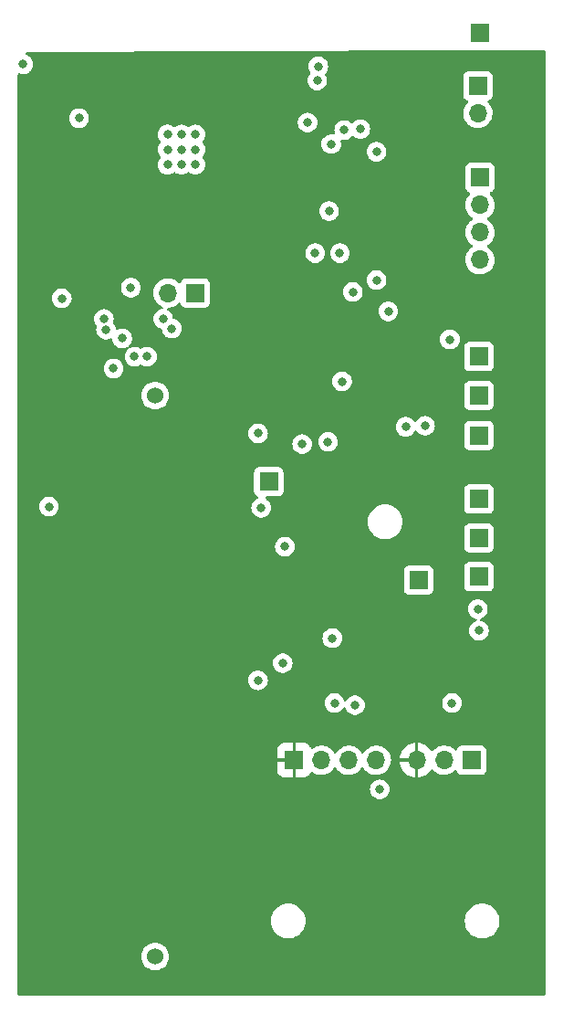
<source format=gbr>
%TF.GenerationSoftware,KiCad,Pcbnew,6.0.0-d3dd2cf0fa~116~ubuntu20.04.1*%
%TF.CreationDate,2022-02-22T07:52:51+01:00*%
%TF.ProjectId,ESP32_BAT,45535033-325f-4424-9154-2e6b69636164,rev?*%
%TF.SameCoordinates,Original*%
%TF.FileFunction,Copper,L3,Inr*%
%TF.FilePolarity,Positive*%
%FSLAX46Y46*%
G04 Gerber Fmt 4.6, Leading zero omitted, Abs format (unit mm)*
G04 Created by KiCad (PCBNEW 6.0.0-d3dd2cf0fa~116~ubuntu20.04.1) date 2022-02-22 07:52:51*
%MOMM*%
%LPD*%
G01*
G04 APERTURE LIST*
%TA.AperFunction,ComponentPad*%
%ADD10R,1.700000X1.700000*%
%TD*%
%TA.AperFunction,ComponentPad*%
%ADD11O,1.700000X1.700000*%
%TD*%
%TA.AperFunction,ComponentPad*%
%ADD12C,1.524000*%
%TD*%
%TA.AperFunction,ViaPad*%
%ADD13C,0.800000*%
%TD*%
G04 APERTURE END LIST*
D10*
%TO.N,/ESP32_SOLO/IO0*%
%TO.C,J4*%
X59975000Y-61400000D03*
D11*
%TO.N,GND*%
X57435000Y-61400000D03*
%TD*%
D10*
%TO.N,SENSOR_ON*%
%TO.C,TP1*%
X66800000Y-78900000D03*
%TD*%
%TO.N,/ESP32_SOLO/ENABLE*%
%TO.C,TP4*%
X86400000Y-37300000D03*
%TD*%
%TO.N,SDA*%
%TO.C,TP3*%
X86300000Y-87700000D03*
%TD*%
%TO.N,/ESP32_SOLO/TXD0*%
%TO.C,TP7*%
X86300000Y-74600000D03*
%TD*%
%TO.N,/sensor/sensor_gnd*%
%TO.C,J3*%
X85600000Y-104700000D03*
D11*
%TO.N,Net-(J3-Pad2)*%
X83060000Y-104700000D03*
%TO.N,+3V3*%
X80520000Y-104700000D03*
%TD*%
D10*
%TO.N,ADC_SNS_IN*%
%TO.C,TP12*%
X80700000Y-88000000D03*
%TD*%
D12*
%TO.N,+BATT*%
%TO.C,BT1*%
X56254000Y-70900000D03*
%TO.N,GND*%
X56254000Y-122900000D03*
%TD*%
D10*
%TO.N,+5V*%
%TO.C,J1*%
X86400000Y-50700000D03*
D11*
%TO.N,Net-(J1-Pad2)*%
X86400000Y-53240000D03*
%TO.N,Net-(J1-Pad3)*%
X86400000Y-55780000D03*
%TO.N,GND*%
X86400000Y-58320000D03*
%TD*%
D10*
%TO.N,/ESP32_SOLO/RXD0*%
%TO.C,TP6*%
X86300000Y-70900000D03*
%TD*%
%TO.N,Net-(C4-Pad1)*%
%TO.C,TP5*%
X86300000Y-67300000D03*
%TD*%
%TO.N,GND*%
%TO.C,TP13*%
X86300000Y-80500000D03*
%TD*%
%TO.N,CLK*%
%TO.C,TP2*%
X86300000Y-84100000D03*
%TD*%
%TO.N,/ESP32_SOLO/ENABLE*%
%TO.C,J2*%
X86200000Y-42200000D03*
D11*
%TO.N,GND*%
X86200000Y-44740000D03*
%TD*%
D10*
%TO.N,+3V3*%
%TO.C,U3*%
X69160000Y-104700000D03*
D11*
%TO.N,SDA*%
X71700000Y-104700000D03*
%TO.N,/sensor/sensor_gnd*%
X74240000Y-104700000D03*
%TO.N,CLK*%
X76780000Y-104700000D03*
%TD*%
D13*
%TO.N,+3V3*%
X68500000Y-60700000D03*
%TO.N,GND*%
X71400000Y-40400000D03*
X54000000Y-60900000D03*
%TO.N,/ESP32_SOLO/RXD0*%
X70400000Y-45600000D03*
X72600000Y-47600000D03*
%TO.N,Net-(C4-Pad1)*%
X51700688Y-64800688D03*
%TO.N,ADC_SNS_IN*%
X51500000Y-63800000D03*
%TO.N,Net-(C4-Pad1)*%
X57800000Y-64700000D03*
%TO.N,ADC_SNS_IN*%
X57000000Y-63800000D03*
%TO.N,/ESP32_SOLO/ENABLE*%
X71300000Y-41700000D03*
X49200000Y-45200000D03*
%TO.N,+BATT*%
X52400000Y-68400000D03*
%TO.N,GND*%
X60000000Y-49500000D03*
X65800000Y-97300000D03*
X86300000Y-92700000D03*
X81300000Y-73700000D03*
X73400000Y-57700000D03*
X71100000Y-57700000D03*
X58700000Y-48100000D03*
X76800000Y-60200000D03*
X57400000Y-49500000D03*
X79500000Y-73800000D03*
X55500000Y-67300000D03*
X76800000Y-48300000D03*
X44000000Y-40200000D03*
X73600000Y-69600000D03*
X58700000Y-49500000D03*
X57400000Y-48100000D03*
X72300000Y-75200000D03*
X57400000Y-46700000D03*
X60000000Y-46700000D03*
X68100000Y-95700000D03*
X60000000Y-48100000D03*
X73800000Y-46300000D03*
X65800000Y-74400000D03*
X68300000Y-84900000D03*
X75300000Y-46200000D03*
X58700000Y-46700000D03*
X69900000Y-75400000D03*
%TO.N,+3V3*%
X66300000Y-92000000D03*
X75100000Y-119200000D03*
X79300000Y-91300000D03*
X76800000Y-46200000D03*
X44400000Y-44900000D03*
X65500000Y-88000000D03*
X82300000Y-69200000D03*
X81700000Y-119100000D03*
X46500000Y-45000000D03*
X82100000Y-67400000D03*
%TO.N,Net-(C4-Pad1)*%
X77900000Y-63100000D03*
%TO.N,+5V*%
X46400000Y-81200000D03*
%TO.N,/sensor/sensor_gnd*%
X72900000Y-99400000D03*
X83800000Y-99400000D03*
X77100000Y-107400000D03*
X74800000Y-99600000D03*
%TO.N,/ESP32_SOLO/TXD0*%
X72400000Y-53800000D03*
%TO.N,SDA*%
X72700000Y-93400000D03*
X86200000Y-90700000D03*
%TO.N,CLK*%
X54349500Y-67300000D03*
X53200000Y-65600000D03*
%TO.N,SENSOR_ON*%
X66100000Y-81300000D03*
X47600000Y-61900000D03*
%TO.N,ADC_SNS_IN*%
X83600000Y-65700000D03*
X74600000Y-61300000D03*
%TD*%
%TA.AperFunction,Conductor*%
%TO.N,+3V3*%
G36*
X92434121Y-38920002D02*
G01*
X92480614Y-38973658D01*
X92492000Y-39026000D01*
X92492000Y-126366000D01*
X92471998Y-126434121D01*
X92418342Y-126480614D01*
X92366000Y-126492000D01*
X43634000Y-126492000D01*
X43565879Y-126471998D01*
X43519386Y-126418342D01*
X43508000Y-126366000D01*
X43508000Y-122900000D01*
X54978647Y-122900000D01*
X54998022Y-123121463D01*
X55055560Y-123336196D01*
X55057882Y-123341177D01*
X55057883Y-123341178D01*
X55147186Y-123532689D01*
X55147189Y-123532694D01*
X55149512Y-123537676D01*
X55277023Y-123719781D01*
X55434219Y-123876977D01*
X55438727Y-123880134D01*
X55438730Y-123880136D01*
X55514495Y-123933187D01*
X55616323Y-124004488D01*
X55621305Y-124006811D01*
X55621310Y-124006814D01*
X55812822Y-124096117D01*
X55817804Y-124098440D01*
X55823112Y-124099862D01*
X55823114Y-124099863D01*
X55888949Y-124117503D01*
X56032537Y-124155978D01*
X56254000Y-124175353D01*
X56475463Y-124155978D01*
X56619051Y-124117503D01*
X56684886Y-124099863D01*
X56684888Y-124099862D01*
X56690196Y-124098440D01*
X56695178Y-124096117D01*
X56886690Y-124006814D01*
X56886695Y-124006811D01*
X56891677Y-124004488D01*
X56993505Y-123933187D01*
X57069270Y-123880136D01*
X57069273Y-123880134D01*
X57073781Y-123876977D01*
X57230977Y-123719781D01*
X57358488Y-123537676D01*
X57360811Y-123532694D01*
X57360814Y-123532689D01*
X57450117Y-123341178D01*
X57450118Y-123341177D01*
X57452440Y-123336196D01*
X57509978Y-123121463D01*
X57529353Y-122900000D01*
X57509978Y-122678537D01*
X57452440Y-122463804D01*
X57450117Y-122458822D01*
X57360814Y-122267311D01*
X57360811Y-122267306D01*
X57358488Y-122262324D01*
X57230977Y-122080219D01*
X57073781Y-121923023D01*
X57069273Y-121919866D01*
X57069270Y-121919864D01*
X56993505Y-121866813D01*
X56891677Y-121795512D01*
X56886695Y-121793189D01*
X56886690Y-121793186D01*
X56695178Y-121703883D01*
X56695177Y-121703882D01*
X56690196Y-121701560D01*
X56684888Y-121700138D01*
X56684886Y-121700137D01*
X56619051Y-121682497D01*
X56475463Y-121644022D01*
X56254000Y-121624647D01*
X56032537Y-121644022D01*
X55888949Y-121682497D01*
X55823114Y-121700137D01*
X55823112Y-121700138D01*
X55817804Y-121701560D01*
X55812823Y-121703882D01*
X55812822Y-121703883D01*
X55621311Y-121793186D01*
X55621306Y-121793189D01*
X55616324Y-121795512D01*
X55611817Y-121798668D01*
X55611815Y-121798669D01*
X55438730Y-121919864D01*
X55438727Y-121919866D01*
X55434219Y-121923023D01*
X55277023Y-122080219D01*
X55149512Y-122262324D01*
X55147189Y-122267306D01*
X55147186Y-122267311D01*
X55057883Y-122458822D01*
X55055560Y-122463804D01*
X54998022Y-122678537D01*
X54978647Y-122900000D01*
X43508000Y-122900000D01*
X43508000Y-119600000D01*
X66986526Y-119600000D01*
X67006391Y-119852403D01*
X67065495Y-120098591D01*
X67162384Y-120332502D01*
X67294672Y-120548376D01*
X67459102Y-120740898D01*
X67651624Y-120905328D01*
X67867498Y-121037616D01*
X67872068Y-121039509D01*
X67872072Y-121039511D01*
X68096836Y-121132611D01*
X68101409Y-121134505D01*
X68186032Y-121154821D01*
X68342784Y-121192454D01*
X68342790Y-121192455D01*
X68347597Y-121193609D01*
X68447416Y-121201465D01*
X68534345Y-121208307D01*
X68534352Y-121208307D01*
X68536801Y-121208500D01*
X68663199Y-121208500D01*
X68665648Y-121208307D01*
X68665655Y-121208307D01*
X68752584Y-121201465D01*
X68852403Y-121193609D01*
X68857210Y-121192455D01*
X68857216Y-121192454D01*
X69013968Y-121154821D01*
X69098591Y-121134505D01*
X69103164Y-121132611D01*
X69327928Y-121039511D01*
X69327932Y-121039509D01*
X69332502Y-121037616D01*
X69548376Y-120905328D01*
X69740898Y-120740898D01*
X69905328Y-120548376D01*
X70037616Y-120332502D01*
X70134505Y-120098591D01*
X70193609Y-119852403D01*
X70213474Y-119600000D01*
X84986526Y-119600000D01*
X85006391Y-119852403D01*
X85065495Y-120098591D01*
X85162384Y-120332502D01*
X85294672Y-120548376D01*
X85459102Y-120740898D01*
X85651624Y-120905328D01*
X85867498Y-121037616D01*
X85872068Y-121039509D01*
X85872072Y-121039511D01*
X86096836Y-121132611D01*
X86101409Y-121134505D01*
X86186032Y-121154821D01*
X86342784Y-121192454D01*
X86342790Y-121192455D01*
X86347597Y-121193609D01*
X86447416Y-121201465D01*
X86534345Y-121208307D01*
X86534352Y-121208307D01*
X86536801Y-121208500D01*
X86663199Y-121208500D01*
X86665648Y-121208307D01*
X86665655Y-121208307D01*
X86752584Y-121201465D01*
X86852403Y-121193609D01*
X86857210Y-121192455D01*
X86857216Y-121192454D01*
X87013968Y-121154821D01*
X87098591Y-121134505D01*
X87103164Y-121132611D01*
X87327928Y-121039511D01*
X87327932Y-121039509D01*
X87332502Y-121037616D01*
X87548376Y-120905328D01*
X87740898Y-120740898D01*
X87905328Y-120548376D01*
X88037616Y-120332502D01*
X88134505Y-120098591D01*
X88193609Y-119852403D01*
X88213474Y-119600000D01*
X88193609Y-119347597D01*
X88134505Y-119101409D01*
X88037616Y-118867498D01*
X87905328Y-118651624D01*
X87740898Y-118459102D01*
X87548376Y-118294672D01*
X87332502Y-118162384D01*
X87327932Y-118160491D01*
X87327928Y-118160489D01*
X87103164Y-118067389D01*
X87103162Y-118067388D01*
X87098591Y-118065495D01*
X87013968Y-118045179D01*
X86857216Y-118007546D01*
X86857210Y-118007545D01*
X86852403Y-118006391D01*
X86752584Y-117998535D01*
X86665655Y-117991693D01*
X86665648Y-117991693D01*
X86663199Y-117991500D01*
X86536801Y-117991500D01*
X86534352Y-117991693D01*
X86534345Y-117991693D01*
X86447416Y-117998535D01*
X86347597Y-118006391D01*
X86342790Y-118007545D01*
X86342784Y-118007546D01*
X86186032Y-118045179D01*
X86101409Y-118065495D01*
X86096838Y-118067388D01*
X86096836Y-118067389D01*
X85872072Y-118160489D01*
X85872068Y-118160491D01*
X85867498Y-118162384D01*
X85651624Y-118294672D01*
X85459102Y-118459102D01*
X85294672Y-118651624D01*
X85162384Y-118867498D01*
X85065495Y-119101409D01*
X85006391Y-119347597D01*
X84986526Y-119600000D01*
X70213474Y-119600000D01*
X70193609Y-119347597D01*
X70134505Y-119101409D01*
X70037616Y-118867498D01*
X69905328Y-118651624D01*
X69740898Y-118459102D01*
X69548376Y-118294672D01*
X69332502Y-118162384D01*
X69327932Y-118160491D01*
X69327928Y-118160489D01*
X69103164Y-118067389D01*
X69103162Y-118067388D01*
X69098591Y-118065495D01*
X69013968Y-118045179D01*
X68857216Y-118007546D01*
X68857210Y-118007545D01*
X68852403Y-118006391D01*
X68752584Y-117998535D01*
X68665655Y-117991693D01*
X68665648Y-117991693D01*
X68663199Y-117991500D01*
X68536801Y-117991500D01*
X68534352Y-117991693D01*
X68534345Y-117991693D01*
X68447416Y-117998535D01*
X68347597Y-118006391D01*
X68342790Y-118007545D01*
X68342784Y-118007546D01*
X68186032Y-118045179D01*
X68101409Y-118065495D01*
X68096838Y-118067388D01*
X68096836Y-118067389D01*
X67872072Y-118160489D01*
X67872068Y-118160491D01*
X67867498Y-118162384D01*
X67651624Y-118294672D01*
X67459102Y-118459102D01*
X67294672Y-118651624D01*
X67162384Y-118867498D01*
X67065495Y-119101409D01*
X67006391Y-119347597D01*
X66986526Y-119600000D01*
X43508000Y-119600000D01*
X43508000Y-107400000D01*
X76186496Y-107400000D01*
X76206458Y-107589928D01*
X76265473Y-107771556D01*
X76360960Y-107936944D01*
X76488747Y-108078866D01*
X76643248Y-108191118D01*
X76649276Y-108193802D01*
X76649278Y-108193803D01*
X76811681Y-108266109D01*
X76817712Y-108268794D01*
X76911112Y-108288647D01*
X76998056Y-108307128D01*
X76998061Y-108307128D01*
X77004513Y-108308500D01*
X77195487Y-108308500D01*
X77201939Y-108307128D01*
X77201944Y-108307128D01*
X77288888Y-108288647D01*
X77382288Y-108268794D01*
X77388319Y-108266109D01*
X77550722Y-108193803D01*
X77550724Y-108193802D01*
X77556752Y-108191118D01*
X77711253Y-108078866D01*
X77839040Y-107936944D01*
X77934527Y-107771556D01*
X77993542Y-107589928D01*
X78013504Y-107400000D01*
X77993542Y-107210072D01*
X77934527Y-107028444D01*
X77839040Y-106863056D01*
X77711253Y-106721134D01*
X77556752Y-106608882D01*
X77550724Y-106606198D01*
X77550722Y-106606197D01*
X77388319Y-106533891D01*
X77388318Y-106533891D01*
X77382288Y-106531206D01*
X77288887Y-106511353D01*
X77201944Y-106492872D01*
X77201939Y-106492872D01*
X77195487Y-106491500D01*
X77004513Y-106491500D01*
X76998061Y-106492872D01*
X76998056Y-106492872D01*
X76911113Y-106511353D01*
X76817712Y-106531206D01*
X76811682Y-106533891D01*
X76811681Y-106533891D01*
X76649278Y-106606197D01*
X76649276Y-106606198D01*
X76643248Y-106608882D01*
X76488747Y-106721134D01*
X76360960Y-106863056D01*
X76265473Y-107028444D01*
X76206458Y-107210072D01*
X76186496Y-107400000D01*
X43508000Y-107400000D01*
X43508000Y-105596615D01*
X67559201Y-105596615D01*
X67559539Y-105603135D01*
X67569351Y-105697717D01*
X67572247Y-105711127D01*
X67623155Y-105863714D01*
X67629321Y-105876878D01*
X67713748Y-106013312D01*
X67722775Y-106024701D01*
X67836322Y-106138050D01*
X67847733Y-106147062D01*
X67984308Y-106231248D01*
X67997486Y-106237392D01*
X68150184Y-106288040D01*
X68163550Y-106290906D01*
X68256919Y-106300472D01*
X68263334Y-106300800D01*
X68987885Y-106300800D01*
X69003124Y-106296325D01*
X69004329Y-106294935D01*
X69006000Y-106287252D01*
X69006000Y-106282684D01*
X69314000Y-106282684D01*
X69318475Y-106297923D01*
X69319865Y-106299128D01*
X69327548Y-106300799D01*
X70056615Y-106300799D01*
X70063135Y-106300461D01*
X70157717Y-106290649D01*
X70171127Y-106287753D01*
X70323714Y-106236845D01*
X70336878Y-106230679D01*
X70473312Y-106146252D01*
X70484701Y-106137225D01*
X70598050Y-106023678D01*
X70607062Y-106012267D01*
X70691248Y-105875692D01*
X70697394Y-105862511D01*
X70698890Y-105858001D01*
X70739321Y-105799642D01*
X70804886Y-105772406D01*
X70874767Y-105784940D01*
X70898966Y-105800725D01*
X70918126Y-105816632D01*
X71111000Y-105929338D01*
X71319692Y-106009030D01*
X71324760Y-106010061D01*
X71324763Y-106010062D01*
X71432017Y-106031883D01*
X71538597Y-106053567D01*
X71543772Y-106053757D01*
X71543774Y-106053757D01*
X71756673Y-106061564D01*
X71756677Y-106061564D01*
X71761837Y-106061753D01*
X71766957Y-106061097D01*
X71766959Y-106061097D01*
X71978288Y-106034025D01*
X71978289Y-106034025D01*
X71983416Y-106033368D01*
X71988366Y-106031883D01*
X72192429Y-105970661D01*
X72192434Y-105970659D01*
X72197384Y-105969174D01*
X72397994Y-105870896D01*
X72579860Y-105741173D01*
X72738096Y-105583489D01*
X72868453Y-105402077D01*
X72869776Y-105403028D01*
X72916645Y-105359857D01*
X72986580Y-105347625D01*
X73052026Y-105375144D01*
X73079875Y-105406994D01*
X73139987Y-105505088D01*
X73286250Y-105673938D01*
X73458126Y-105816632D01*
X73651000Y-105929338D01*
X73859692Y-106009030D01*
X73864760Y-106010061D01*
X73864763Y-106010062D01*
X73972017Y-106031883D01*
X74078597Y-106053567D01*
X74083772Y-106053757D01*
X74083774Y-106053757D01*
X74296673Y-106061564D01*
X74296677Y-106061564D01*
X74301837Y-106061753D01*
X74306957Y-106061097D01*
X74306959Y-106061097D01*
X74518288Y-106034025D01*
X74518289Y-106034025D01*
X74523416Y-106033368D01*
X74528366Y-106031883D01*
X74732429Y-105970661D01*
X74732434Y-105970659D01*
X74737384Y-105969174D01*
X74937994Y-105870896D01*
X75119860Y-105741173D01*
X75278096Y-105583489D01*
X75408453Y-105402077D01*
X75409776Y-105403028D01*
X75456645Y-105359857D01*
X75526580Y-105347625D01*
X75592026Y-105375144D01*
X75619875Y-105406994D01*
X75679987Y-105505088D01*
X75826250Y-105673938D01*
X75998126Y-105816632D01*
X76191000Y-105929338D01*
X76399692Y-106009030D01*
X76404760Y-106010061D01*
X76404763Y-106010062D01*
X76512017Y-106031883D01*
X76618597Y-106053567D01*
X76623772Y-106053757D01*
X76623774Y-106053757D01*
X76836673Y-106061564D01*
X76836677Y-106061564D01*
X76841837Y-106061753D01*
X76846957Y-106061097D01*
X76846959Y-106061097D01*
X77058288Y-106034025D01*
X77058289Y-106034025D01*
X77063416Y-106033368D01*
X77068366Y-106031883D01*
X77272429Y-105970661D01*
X77272434Y-105970659D01*
X77277384Y-105969174D01*
X77477994Y-105870896D01*
X77659860Y-105741173D01*
X77818096Y-105583489D01*
X77948453Y-105402077D01*
X77969320Y-105359857D01*
X78045136Y-105206453D01*
X78045137Y-105206451D01*
X78047430Y-105201811D01*
X78112370Y-104988069D01*
X78127914Y-104870003D01*
X78927629Y-104870003D01*
X78933631Y-104946262D01*
X78935174Y-104956006D01*
X78991686Y-105191392D01*
X78994735Y-105200777D01*
X79087371Y-105424421D01*
X79091852Y-105433215D01*
X79218337Y-105639619D01*
X79224137Y-105647601D01*
X79381350Y-105831675D01*
X79388325Y-105838650D01*
X79572399Y-105995863D01*
X79580381Y-106001663D01*
X79786785Y-106128148D01*
X79795579Y-106132629D01*
X80019223Y-106225265D01*
X80028608Y-106228314D01*
X80263994Y-106284826D01*
X80273738Y-106286369D01*
X80347943Y-106292209D01*
X80363031Y-106289039D01*
X80366000Y-106277576D01*
X80366000Y-106275515D01*
X80674000Y-106275515D01*
X80678344Y-106290310D01*
X80690003Y-106292371D01*
X80766262Y-106286369D01*
X80776006Y-106284826D01*
X81011392Y-106228314D01*
X81020777Y-106225265D01*
X81244421Y-106132629D01*
X81253215Y-106128148D01*
X81459619Y-106001663D01*
X81467601Y-105995863D01*
X81651675Y-105838650D01*
X81658650Y-105831675D01*
X81815861Y-105647604D01*
X81821665Y-105639615D01*
X81837305Y-105614093D01*
X81889952Y-105566461D01*
X81959994Y-105554854D01*
X82025192Y-105582957D01*
X82039975Y-105597429D01*
X82102865Y-105670031D01*
X82102869Y-105670035D01*
X82106250Y-105673938D01*
X82278126Y-105816632D01*
X82471000Y-105929338D01*
X82679692Y-106009030D01*
X82684760Y-106010061D01*
X82684763Y-106010062D01*
X82792017Y-106031883D01*
X82898597Y-106053567D01*
X82903772Y-106053757D01*
X82903774Y-106053757D01*
X83116673Y-106061564D01*
X83116677Y-106061564D01*
X83121837Y-106061753D01*
X83126957Y-106061097D01*
X83126959Y-106061097D01*
X83338288Y-106034025D01*
X83338289Y-106034025D01*
X83343416Y-106033368D01*
X83348366Y-106031883D01*
X83552429Y-105970661D01*
X83552434Y-105970659D01*
X83557384Y-105969174D01*
X83757994Y-105870896D01*
X83939860Y-105741173D01*
X84048091Y-105633319D01*
X84110462Y-105599404D01*
X84181268Y-105604592D01*
X84238030Y-105647238D01*
X84255012Y-105678341D01*
X84299385Y-105796705D01*
X84386739Y-105913261D01*
X84503295Y-106000615D01*
X84639684Y-106051745D01*
X84701866Y-106058500D01*
X86498134Y-106058500D01*
X86560316Y-106051745D01*
X86696705Y-106000615D01*
X86813261Y-105913261D01*
X86900615Y-105796705D01*
X86951745Y-105660316D01*
X86958500Y-105598134D01*
X86958500Y-103801866D01*
X86951745Y-103739684D01*
X86900615Y-103603295D01*
X86813261Y-103486739D01*
X86696705Y-103399385D01*
X86560316Y-103348255D01*
X86498134Y-103341500D01*
X84701866Y-103341500D01*
X84639684Y-103348255D01*
X84503295Y-103399385D01*
X84386739Y-103486739D01*
X84299385Y-103603295D01*
X84296233Y-103611703D01*
X84254919Y-103721907D01*
X84212277Y-103778671D01*
X84145716Y-103803371D01*
X84076367Y-103788163D01*
X84043743Y-103762476D01*
X83993151Y-103706875D01*
X83993142Y-103706866D01*
X83989670Y-103703051D01*
X83985619Y-103699852D01*
X83985615Y-103699848D01*
X83818414Y-103567800D01*
X83818410Y-103567798D01*
X83814359Y-103564598D01*
X83808476Y-103561350D01*
X83739225Y-103523122D01*
X83618789Y-103456638D01*
X83613920Y-103454914D01*
X83613916Y-103454912D01*
X83413087Y-103383795D01*
X83413083Y-103383794D01*
X83408212Y-103382069D01*
X83403119Y-103381162D01*
X83403116Y-103381161D01*
X83193373Y-103343800D01*
X83193367Y-103343799D01*
X83188284Y-103342894D01*
X83114452Y-103341992D01*
X82970081Y-103340228D01*
X82970079Y-103340228D01*
X82964911Y-103340165D01*
X82744091Y-103373955D01*
X82531756Y-103443357D01*
X82333607Y-103546507D01*
X82329474Y-103549610D01*
X82329471Y-103549612D01*
X82221676Y-103630547D01*
X82154965Y-103680635D01*
X82035849Y-103805283D01*
X82035152Y-103806012D01*
X81973628Y-103841442D01*
X81902715Y-103837985D01*
X81844929Y-103796739D01*
X81836626Y-103784797D01*
X81821666Y-103760385D01*
X81815863Y-103752399D01*
X81658650Y-103568325D01*
X81651675Y-103561350D01*
X81467601Y-103404137D01*
X81459619Y-103398337D01*
X81253215Y-103271852D01*
X81244421Y-103267371D01*
X81020777Y-103174735D01*
X81011392Y-103171686D01*
X80776006Y-103115174D01*
X80766262Y-103113631D01*
X80692057Y-103107791D01*
X80676969Y-103110961D01*
X80674000Y-103122424D01*
X80674000Y-106275515D01*
X80366000Y-106275515D01*
X80366000Y-104872115D01*
X80361525Y-104856876D01*
X80360135Y-104855671D01*
X80352452Y-104854000D01*
X78944485Y-104854000D01*
X78929690Y-104858344D01*
X78927629Y-104870003D01*
X78127914Y-104870003D01*
X78141529Y-104766590D01*
X78143156Y-104700000D01*
X78129011Y-104527943D01*
X78927791Y-104527943D01*
X78930961Y-104543031D01*
X78942424Y-104546000D01*
X80347885Y-104546000D01*
X80363124Y-104541525D01*
X80364329Y-104540135D01*
X80366000Y-104532452D01*
X80366000Y-103124485D01*
X80361656Y-103109690D01*
X80349997Y-103107629D01*
X80273738Y-103113631D01*
X80263994Y-103115174D01*
X80028608Y-103171686D01*
X80019223Y-103174735D01*
X79795579Y-103267371D01*
X79786785Y-103271852D01*
X79580381Y-103398337D01*
X79572399Y-103404137D01*
X79388325Y-103561350D01*
X79381350Y-103568325D01*
X79224137Y-103752399D01*
X79218337Y-103760381D01*
X79091852Y-103966785D01*
X79087371Y-103975579D01*
X78994735Y-104199223D01*
X78991686Y-104208608D01*
X78935174Y-104443994D01*
X78933631Y-104453738D01*
X78927791Y-104527943D01*
X78129011Y-104527943D01*
X78124852Y-104477361D01*
X78070431Y-104260702D01*
X77981354Y-104055840D01*
X77860014Y-103868277D01*
X77709670Y-103703051D01*
X77705619Y-103699852D01*
X77705615Y-103699848D01*
X77538414Y-103567800D01*
X77538410Y-103567798D01*
X77534359Y-103564598D01*
X77528476Y-103561350D01*
X77459225Y-103523122D01*
X77338789Y-103456638D01*
X77333920Y-103454914D01*
X77333916Y-103454912D01*
X77133087Y-103383795D01*
X77133083Y-103383794D01*
X77128212Y-103382069D01*
X77123119Y-103381162D01*
X77123116Y-103381161D01*
X76913373Y-103343800D01*
X76913367Y-103343799D01*
X76908284Y-103342894D01*
X76834452Y-103341992D01*
X76690081Y-103340228D01*
X76690079Y-103340228D01*
X76684911Y-103340165D01*
X76464091Y-103373955D01*
X76251756Y-103443357D01*
X76053607Y-103546507D01*
X76049474Y-103549610D01*
X76049471Y-103549612D01*
X75941676Y-103630547D01*
X75874965Y-103680635D01*
X75835525Y-103721907D01*
X75781280Y-103778671D01*
X75720629Y-103842138D01*
X75613201Y-103999621D01*
X75558293Y-104044621D01*
X75487768Y-104052792D01*
X75424021Y-104021538D01*
X75403324Y-103997054D01*
X75322822Y-103872617D01*
X75322820Y-103872614D01*
X75320014Y-103868277D01*
X75169670Y-103703051D01*
X75165619Y-103699852D01*
X75165615Y-103699848D01*
X74998414Y-103567800D01*
X74998410Y-103567798D01*
X74994359Y-103564598D01*
X74988476Y-103561350D01*
X74919225Y-103523122D01*
X74798789Y-103456638D01*
X74793920Y-103454914D01*
X74793916Y-103454912D01*
X74593087Y-103383795D01*
X74593083Y-103383794D01*
X74588212Y-103382069D01*
X74583119Y-103381162D01*
X74583116Y-103381161D01*
X74373373Y-103343800D01*
X74373367Y-103343799D01*
X74368284Y-103342894D01*
X74294452Y-103341992D01*
X74150081Y-103340228D01*
X74150079Y-103340228D01*
X74144911Y-103340165D01*
X73924091Y-103373955D01*
X73711756Y-103443357D01*
X73513607Y-103546507D01*
X73509474Y-103549610D01*
X73509471Y-103549612D01*
X73401676Y-103630547D01*
X73334965Y-103680635D01*
X73295525Y-103721907D01*
X73241280Y-103778671D01*
X73180629Y-103842138D01*
X73073201Y-103999621D01*
X73018293Y-104044621D01*
X72947768Y-104052792D01*
X72884021Y-104021538D01*
X72863324Y-103997054D01*
X72782822Y-103872617D01*
X72782820Y-103872614D01*
X72780014Y-103868277D01*
X72629670Y-103703051D01*
X72625619Y-103699852D01*
X72625615Y-103699848D01*
X72458414Y-103567800D01*
X72458410Y-103567798D01*
X72454359Y-103564598D01*
X72448476Y-103561350D01*
X72379225Y-103523122D01*
X72258789Y-103456638D01*
X72253920Y-103454914D01*
X72253916Y-103454912D01*
X72053087Y-103383795D01*
X72053083Y-103383794D01*
X72048212Y-103382069D01*
X72043119Y-103381162D01*
X72043116Y-103381161D01*
X71833373Y-103343800D01*
X71833367Y-103343799D01*
X71828284Y-103342894D01*
X71754452Y-103341992D01*
X71610081Y-103340228D01*
X71610079Y-103340228D01*
X71604911Y-103340165D01*
X71384091Y-103373955D01*
X71171756Y-103443357D01*
X70973607Y-103546507D01*
X70969474Y-103549610D01*
X70969471Y-103549612D01*
X70949512Y-103564598D01*
X70897973Y-103603295D01*
X70894848Y-103605641D01*
X70828363Y-103630547D01*
X70758968Y-103615555D01*
X70708694Y-103565424D01*
X70699672Y-103544758D01*
X70696846Y-103536287D01*
X70690679Y-103523122D01*
X70606252Y-103386688D01*
X70597225Y-103375299D01*
X70483678Y-103261950D01*
X70472267Y-103252938D01*
X70335692Y-103168752D01*
X70322514Y-103162608D01*
X70169816Y-103111960D01*
X70156450Y-103109094D01*
X70063081Y-103099528D01*
X70056666Y-103099200D01*
X69332115Y-103099200D01*
X69316876Y-103103675D01*
X69315671Y-103105065D01*
X69314000Y-103112748D01*
X69314000Y-106282684D01*
X69006000Y-106282684D01*
X69006000Y-104872115D01*
X69001525Y-104856876D01*
X69000135Y-104855671D01*
X68992452Y-104854000D01*
X67577316Y-104854000D01*
X67562077Y-104858475D01*
X67560872Y-104859865D01*
X67559201Y-104867548D01*
X67559201Y-105596615D01*
X43508000Y-105596615D01*
X43508000Y-104527885D01*
X67559200Y-104527885D01*
X67563675Y-104543124D01*
X67565065Y-104544329D01*
X67572748Y-104546000D01*
X68987885Y-104546000D01*
X69003124Y-104541525D01*
X69004329Y-104540135D01*
X69006000Y-104532452D01*
X69006000Y-103117316D01*
X69001525Y-103102077D01*
X69000135Y-103100872D01*
X68992452Y-103099201D01*
X68263385Y-103099201D01*
X68256865Y-103099539D01*
X68162283Y-103109351D01*
X68148873Y-103112247D01*
X67996286Y-103163155D01*
X67983122Y-103169321D01*
X67846688Y-103253748D01*
X67835299Y-103262775D01*
X67721950Y-103376322D01*
X67712938Y-103387733D01*
X67628752Y-103524308D01*
X67622608Y-103537486D01*
X67571960Y-103690184D01*
X67569094Y-103703550D01*
X67559528Y-103796919D01*
X67559200Y-103803334D01*
X67559200Y-104527885D01*
X43508000Y-104527885D01*
X43508000Y-99400000D01*
X71986496Y-99400000D01*
X72006458Y-99589928D01*
X72065473Y-99771556D01*
X72160960Y-99936944D01*
X72288747Y-100078866D01*
X72443248Y-100191118D01*
X72449276Y-100193802D01*
X72449278Y-100193803D01*
X72611681Y-100266109D01*
X72617712Y-100268794D01*
X72683365Y-100282749D01*
X72798056Y-100307128D01*
X72798061Y-100307128D01*
X72804513Y-100308500D01*
X72995487Y-100308500D01*
X73001939Y-100307128D01*
X73001944Y-100307128D01*
X73116635Y-100282749D01*
X73182288Y-100268794D01*
X73188319Y-100266109D01*
X73350722Y-100193803D01*
X73350724Y-100193802D01*
X73356752Y-100191118D01*
X73511253Y-100078866D01*
X73639040Y-99936944D01*
X73642339Y-99931231D01*
X73642342Y-99931226D01*
X73699224Y-99832703D01*
X73750607Y-99783710D01*
X73820320Y-99770274D01*
X73886231Y-99796661D01*
X73928175Y-99856766D01*
X73965473Y-99971556D01*
X74060960Y-100136944D01*
X74065378Y-100141851D01*
X74065379Y-100141852D01*
X74179678Y-100268794D01*
X74188747Y-100278866D01*
X74343248Y-100391118D01*
X74349276Y-100393802D01*
X74349278Y-100393803D01*
X74511681Y-100466109D01*
X74517712Y-100468794D01*
X74611113Y-100488647D01*
X74698056Y-100507128D01*
X74698061Y-100507128D01*
X74704513Y-100508500D01*
X74895487Y-100508500D01*
X74901939Y-100507128D01*
X74901944Y-100507128D01*
X74988888Y-100488647D01*
X75082288Y-100468794D01*
X75088319Y-100466109D01*
X75250722Y-100393803D01*
X75250724Y-100393802D01*
X75256752Y-100391118D01*
X75411253Y-100278866D01*
X75420322Y-100268794D01*
X75534621Y-100141852D01*
X75534622Y-100141851D01*
X75539040Y-100136944D01*
X75634527Y-99971556D01*
X75693542Y-99789928D01*
X75694872Y-99777279D01*
X75712814Y-99606565D01*
X75713504Y-99600000D01*
X75693542Y-99410072D01*
X75690269Y-99400000D01*
X82886496Y-99400000D01*
X82906458Y-99589928D01*
X82965473Y-99771556D01*
X83060960Y-99936944D01*
X83188747Y-100078866D01*
X83343248Y-100191118D01*
X83349276Y-100193802D01*
X83349278Y-100193803D01*
X83511681Y-100266109D01*
X83517712Y-100268794D01*
X83583365Y-100282749D01*
X83698056Y-100307128D01*
X83698061Y-100307128D01*
X83704513Y-100308500D01*
X83895487Y-100308500D01*
X83901939Y-100307128D01*
X83901944Y-100307128D01*
X84016635Y-100282749D01*
X84082288Y-100268794D01*
X84088319Y-100266109D01*
X84250722Y-100193803D01*
X84250724Y-100193802D01*
X84256752Y-100191118D01*
X84411253Y-100078866D01*
X84539040Y-99936944D01*
X84634527Y-99771556D01*
X84693542Y-99589928D01*
X84713504Y-99400000D01*
X84695473Y-99228444D01*
X84694232Y-99216635D01*
X84694232Y-99216633D01*
X84693542Y-99210072D01*
X84634527Y-99028444D01*
X84539040Y-98863056D01*
X84422740Y-98733891D01*
X84415675Y-98726045D01*
X84415674Y-98726044D01*
X84411253Y-98721134D01*
X84256752Y-98608882D01*
X84250724Y-98606198D01*
X84250722Y-98606197D01*
X84088319Y-98533891D01*
X84088318Y-98533891D01*
X84082288Y-98531206D01*
X83988887Y-98511353D01*
X83901944Y-98492872D01*
X83901939Y-98492872D01*
X83895487Y-98491500D01*
X83704513Y-98491500D01*
X83698061Y-98492872D01*
X83698056Y-98492872D01*
X83611113Y-98511353D01*
X83517712Y-98531206D01*
X83511682Y-98533891D01*
X83511681Y-98533891D01*
X83349278Y-98606197D01*
X83349276Y-98606198D01*
X83343248Y-98608882D01*
X83188747Y-98721134D01*
X83184326Y-98726044D01*
X83184325Y-98726045D01*
X83177261Y-98733891D01*
X83060960Y-98863056D01*
X82965473Y-99028444D01*
X82906458Y-99210072D01*
X82905768Y-99216633D01*
X82905768Y-99216635D01*
X82904527Y-99228444D01*
X82886496Y-99400000D01*
X75690269Y-99400000D01*
X75634527Y-99228444D01*
X75539040Y-99063056D01*
X75411253Y-98921134D01*
X75256752Y-98808882D01*
X75250724Y-98806198D01*
X75250722Y-98806197D01*
X75088319Y-98733891D01*
X75088318Y-98733891D01*
X75082288Y-98731206D01*
X74988888Y-98711353D01*
X74901944Y-98692872D01*
X74901939Y-98692872D01*
X74895487Y-98691500D01*
X74704513Y-98691500D01*
X74698061Y-98692872D01*
X74698056Y-98692872D01*
X74611113Y-98711353D01*
X74517712Y-98731206D01*
X74511682Y-98733891D01*
X74511681Y-98733891D01*
X74349278Y-98806197D01*
X74349276Y-98806198D01*
X74343248Y-98808882D01*
X74188747Y-98921134D01*
X74060960Y-99063056D01*
X74057661Y-99068769D01*
X74057658Y-99068774D01*
X74000776Y-99167297D01*
X73949393Y-99216290D01*
X73879680Y-99229726D01*
X73813769Y-99203339D01*
X73771825Y-99143234D01*
X73734527Y-99028444D01*
X73639040Y-98863056D01*
X73522740Y-98733891D01*
X73515675Y-98726045D01*
X73515674Y-98726044D01*
X73511253Y-98721134D01*
X73356752Y-98608882D01*
X73350724Y-98606198D01*
X73350722Y-98606197D01*
X73188319Y-98533891D01*
X73188318Y-98533891D01*
X73182288Y-98531206D01*
X73088887Y-98511353D01*
X73001944Y-98492872D01*
X73001939Y-98492872D01*
X72995487Y-98491500D01*
X72804513Y-98491500D01*
X72798061Y-98492872D01*
X72798056Y-98492872D01*
X72711113Y-98511353D01*
X72617712Y-98531206D01*
X72611682Y-98533891D01*
X72611681Y-98533891D01*
X72449278Y-98606197D01*
X72449276Y-98606198D01*
X72443248Y-98608882D01*
X72288747Y-98721134D01*
X72284326Y-98726044D01*
X72284325Y-98726045D01*
X72277261Y-98733891D01*
X72160960Y-98863056D01*
X72065473Y-99028444D01*
X72006458Y-99210072D01*
X72005768Y-99216633D01*
X72005768Y-99216635D01*
X72004527Y-99228444D01*
X71986496Y-99400000D01*
X43508000Y-99400000D01*
X43508000Y-97300000D01*
X64886496Y-97300000D01*
X64906458Y-97489928D01*
X64965473Y-97671556D01*
X65060960Y-97836944D01*
X65188747Y-97978866D01*
X65343248Y-98091118D01*
X65349276Y-98093802D01*
X65349278Y-98093803D01*
X65511681Y-98166109D01*
X65517712Y-98168794D01*
X65611112Y-98188647D01*
X65698056Y-98207128D01*
X65698061Y-98207128D01*
X65704513Y-98208500D01*
X65895487Y-98208500D01*
X65901939Y-98207128D01*
X65901944Y-98207128D01*
X65988888Y-98188647D01*
X66082288Y-98168794D01*
X66088319Y-98166109D01*
X66250722Y-98093803D01*
X66250724Y-98093802D01*
X66256752Y-98091118D01*
X66411253Y-97978866D01*
X66539040Y-97836944D01*
X66634527Y-97671556D01*
X66693542Y-97489928D01*
X66713504Y-97300000D01*
X66693542Y-97110072D01*
X66634527Y-96928444D01*
X66539040Y-96763056D01*
X66411253Y-96621134D01*
X66256752Y-96508882D01*
X66250724Y-96506198D01*
X66250722Y-96506197D01*
X66088319Y-96433891D01*
X66088318Y-96433891D01*
X66082288Y-96431206D01*
X65988887Y-96411353D01*
X65901944Y-96392872D01*
X65901939Y-96392872D01*
X65895487Y-96391500D01*
X65704513Y-96391500D01*
X65698061Y-96392872D01*
X65698056Y-96392872D01*
X65611113Y-96411353D01*
X65517712Y-96431206D01*
X65511682Y-96433891D01*
X65511681Y-96433891D01*
X65349278Y-96506197D01*
X65349276Y-96506198D01*
X65343248Y-96508882D01*
X65188747Y-96621134D01*
X65060960Y-96763056D01*
X64965473Y-96928444D01*
X64906458Y-97110072D01*
X64886496Y-97300000D01*
X43508000Y-97300000D01*
X43508000Y-95700000D01*
X67186496Y-95700000D01*
X67206458Y-95889928D01*
X67265473Y-96071556D01*
X67360960Y-96236944D01*
X67488747Y-96378866D01*
X67643248Y-96491118D01*
X67649276Y-96493802D01*
X67649278Y-96493803D01*
X67811681Y-96566109D01*
X67817712Y-96568794D01*
X67911112Y-96588647D01*
X67998056Y-96607128D01*
X67998061Y-96607128D01*
X68004513Y-96608500D01*
X68195487Y-96608500D01*
X68201939Y-96607128D01*
X68201944Y-96607128D01*
X68288888Y-96588647D01*
X68382288Y-96568794D01*
X68388319Y-96566109D01*
X68550722Y-96493803D01*
X68550724Y-96493802D01*
X68556752Y-96491118D01*
X68711253Y-96378866D01*
X68839040Y-96236944D01*
X68934527Y-96071556D01*
X68993542Y-95889928D01*
X69013504Y-95700000D01*
X68993542Y-95510072D01*
X68934527Y-95328444D01*
X68839040Y-95163056D01*
X68711253Y-95021134D01*
X68556752Y-94908882D01*
X68550724Y-94906198D01*
X68550722Y-94906197D01*
X68388319Y-94833891D01*
X68388318Y-94833891D01*
X68382288Y-94831206D01*
X68288887Y-94811353D01*
X68201944Y-94792872D01*
X68201939Y-94792872D01*
X68195487Y-94791500D01*
X68004513Y-94791500D01*
X67998061Y-94792872D01*
X67998056Y-94792872D01*
X67911113Y-94811353D01*
X67817712Y-94831206D01*
X67811682Y-94833891D01*
X67811681Y-94833891D01*
X67649278Y-94906197D01*
X67649276Y-94906198D01*
X67643248Y-94908882D01*
X67488747Y-95021134D01*
X67360960Y-95163056D01*
X67265473Y-95328444D01*
X67206458Y-95510072D01*
X67186496Y-95700000D01*
X43508000Y-95700000D01*
X43508000Y-93400000D01*
X71786496Y-93400000D01*
X71787186Y-93406565D01*
X71803955Y-93566109D01*
X71806458Y-93589928D01*
X71865473Y-93771556D01*
X71960960Y-93936944D01*
X72088747Y-94078866D01*
X72243248Y-94191118D01*
X72249276Y-94193802D01*
X72249278Y-94193803D01*
X72411681Y-94266109D01*
X72417712Y-94268794D01*
X72511113Y-94288647D01*
X72598056Y-94307128D01*
X72598061Y-94307128D01*
X72604513Y-94308500D01*
X72795487Y-94308500D01*
X72801939Y-94307128D01*
X72801944Y-94307128D01*
X72888887Y-94288647D01*
X72982288Y-94268794D01*
X72988319Y-94266109D01*
X73150722Y-94193803D01*
X73150724Y-94193802D01*
X73156752Y-94191118D01*
X73311253Y-94078866D01*
X73439040Y-93936944D01*
X73534527Y-93771556D01*
X73593542Y-93589928D01*
X73596046Y-93566109D01*
X73612814Y-93406565D01*
X73613504Y-93400000D01*
X73596882Y-93241852D01*
X73594232Y-93216635D01*
X73594232Y-93216633D01*
X73593542Y-93210072D01*
X73534527Y-93028444D01*
X73439040Y-92863056D01*
X73311253Y-92721134D01*
X73156752Y-92608882D01*
X73150724Y-92606198D01*
X73150722Y-92606197D01*
X72988319Y-92533891D01*
X72988318Y-92533891D01*
X72982288Y-92531206D01*
X72882861Y-92510072D01*
X72801944Y-92492872D01*
X72801939Y-92492872D01*
X72795487Y-92491500D01*
X72604513Y-92491500D01*
X72598061Y-92492872D01*
X72598056Y-92492872D01*
X72517139Y-92510072D01*
X72417712Y-92531206D01*
X72411682Y-92533891D01*
X72411681Y-92533891D01*
X72249278Y-92606197D01*
X72249276Y-92606198D01*
X72243248Y-92608882D01*
X72088747Y-92721134D01*
X71960960Y-92863056D01*
X71865473Y-93028444D01*
X71806458Y-93210072D01*
X71805768Y-93216633D01*
X71805768Y-93216635D01*
X71803118Y-93241852D01*
X71786496Y-93400000D01*
X43508000Y-93400000D01*
X43508000Y-90700000D01*
X85286496Y-90700000D01*
X85306458Y-90889928D01*
X85365473Y-91071556D01*
X85460960Y-91236944D01*
X85588747Y-91378866D01*
X85743248Y-91491118D01*
X85749276Y-91493802D01*
X85749278Y-91493803D01*
X85911681Y-91566109D01*
X85917712Y-91568794D01*
X85989466Y-91584046D01*
X86007781Y-91587939D01*
X86070255Y-91621668D01*
X86104576Y-91683817D01*
X86099848Y-91754656D01*
X86057572Y-91811694D01*
X86021845Y-91830328D01*
X86017712Y-91831206D01*
X85981453Y-91847349D01*
X85849278Y-91906197D01*
X85849276Y-91906198D01*
X85843248Y-91908882D01*
X85688747Y-92021134D01*
X85560960Y-92163056D01*
X85465473Y-92328444D01*
X85406458Y-92510072D01*
X85405768Y-92516633D01*
X85405768Y-92516635D01*
X85396355Y-92606197D01*
X85386496Y-92700000D01*
X85387186Y-92706565D01*
X85404235Y-92868774D01*
X85406458Y-92889928D01*
X85465473Y-93071556D01*
X85560960Y-93236944D01*
X85688747Y-93378866D01*
X85843248Y-93491118D01*
X85849276Y-93493802D01*
X85849278Y-93493803D01*
X86011681Y-93566109D01*
X86017712Y-93568794D01*
X86086263Y-93583365D01*
X86198056Y-93607128D01*
X86198061Y-93607128D01*
X86204513Y-93608500D01*
X86395487Y-93608500D01*
X86401939Y-93607128D01*
X86401944Y-93607128D01*
X86513737Y-93583365D01*
X86582288Y-93568794D01*
X86588319Y-93566109D01*
X86750722Y-93493803D01*
X86750724Y-93493802D01*
X86756752Y-93491118D01*
X86911253Y-93378866D01*
X87039040Y-93236944D01*
X87134527Y-93071556D01*
X87193542Y-92889928D01*
X87195766Y-92868774D01*
X87212814Y-92706565D01*
X87213504Y-92700000D01*
X87203645Y-92606197D01*
X87194232Y-92516635D01*
X87194232Y-92516633D01*
X87193542Y-92510072D01*
X87134527Y-92328444D01*
X87039040Y-92163056D01*
X86911253Y-92021134D01*
X86756752Y-91908882D01*
X86750724Y-91906198D01*
X86750722Y-91906197D01*
X86588319Y-91833891D01*
X86588318Y-91833891D01*
X86582288Y-91831206D01*
X86510534Y-91815954D01*
X86492219Y-91812061D01*
X86429745Y-91778332D01*
X86395424Y-91716183D01*
X86400152Y-91645344D01*
X86442428Y-91588306D01*
X86478155Y-91569672D01*
X86482288Y-91568794D01*
X86518547Y-91552651D01*
X86650722Y-91493803D01*
X86650724Y-91493802D01*
X86656752Y-91491118D01*
X86811253Y-91378866D01*
X86939040Y-91236944D01*
X87034527Y-91071556D01*
X87093542Y-90889928D01*
X87113504Y-90700000D01*
X87093542Y-90510072D01*
X87034527Y-90328444D01*
X86939040Y-90163056D01*
X86811253Y-90021134D01*
X86656752Y-89908882D01*
X86650724Y-89906198D01*
X86650722Y-89906197D01*
X86488319Y-89833891D01*
X86488318Y-89833891D01*
X86482288Y-89831206D01*
X86388888Y-89811353D01*
X86301944Y-89792872D01*
X86301939Y-89792872D01*
X86295487Y-89791500D01*
X86104513Y-89791500D01*
X86098061Y-89792872D01*
X86098056Y-89792872D01*
X86011112Y-89811353D01*
X85917712Y-89831206D01*
X85911682Y-89833891D01*
X85911681Y-89833891D01*
X85749278Y-89906197D01*
X85749276Y-89906198D01*
X85743248Y-89908882D01*
X85588747Y-90021134D01*
X85460960Y-90163056D01*
X85365473Y-90328444D01*
X85306458Y-90510072D01*
X85286496Y-90700000D01*
X43508000Y-90700000D01*
X43508000Y-88898134D01*
X79341500Y-88898134D01*
X79348255Y-88960316D01*
X79399385Y-89096705D01*
X79486739Y-89213261D01*
X79603295Y-89300615D01*
X79739684Y-89351745D01*
X79801866Y-89358500D01*
X81598134Y-89358500D01*
X81660316Y-89351745D01*
X81796705Y-89300615D01*
X81913261Y-89213261D01*
X82000615Y-89096705D01*
X82051745Y-88960316D01*
X82058500Y-88898134D01*
X82058500Y-88598134D01*
X84941500Y-88598134D01*
X84948255Y-88660316D01*
X84999385Y-88796705D01*
X85086739Y-88913261D01*
X85203295Y-89000615D01*
X85339684Y-89051745D01*
X85401866Y-89058500D01*
X87198134Y-89058500D01*
X87260316Y-89051745D01*
X87396705Y-89000615D01*
X87513261Y-88913261D01*
X87600615Y-88796705D01*
X87651745Y-88660316D01*
X87658500Y-88598134D01*
X87658500Y-86801866D01*
X87651745Y-86739684D01*
X87600615Y-86603295D01*
X87513261Y-86486739D01*
X87396705Y-86399385D01*
X87260316Y-86348255D01*
X87198134Y-86341500D01*
X85401866Y-86341500D01*
X85339684Y-86348255D01*
X85203295Y-86399385D01*
X85086739Y-86486739D01*
X84999385Y-86603295D01*
X84948255Y-86739684D01*
X84941500Y-86801866D01*
X84941500Y-88598134D01*
X82058500Y-88598134D01*
X82058500Y-87101866D01*
X82051745Y-87039684D01*
X82000615Y-86903295D01*
X81913261Y-86786739D01*
X81796705Y-86699385D01*
X81660316Y-86648255D01*
X81598134Y-86641500D01*
X79801866Y-86641500D01*
X79739684Y-86648255D01*
X79603295Y-86699385D01*
X79486739Y-86786739D01*
X79399385Y-86903295D01*
X79348255Y-87039684D01*
X79341500Y-87101866D01*
X79341500Y-88898134D01*
X43508000Y-88898134D01*
X43508000Y-84900000D01*
X67386496Y-84900000D01*
X67406458Y-85089928D01*
X67465473Y-85271556D01*
X67560960Y-85436944D01*
X67688747Y-85578866D01*
X67843248Y-85691118D01*
X67849276Y-85693802D01*
X67849278Y-85693803D01*
X68011681Y-85766109D01*
X68017712Y-85768794D01*
X68111112Y-85788647D01*
X68198056Y-85807128D01*
X68198061Y-85807128D01*
X68204513Y-85808500D01*
X68395487Y-85808500D01*
X68401939Y-85807128D01*
X68401944Y-85807128D01*
X68488888Y-85788647D01*
X68582288Y-85768794D01*
X68588319Y-85766109D01*
X68750722Y-85693803D01*
X68750724Y-85693802D01*
X68756752Y-85691118D01*
X68911253Y-85578866D01*
X69039040Y-85436944D01*
X69134527Y-85271556D01*
X69193542Y-85089928D01*
X69203190Y-84998134D01*
X84941500Y-84998134D01*
X84948255Y-85060316D01*
X84999385Y-85196705D01*
X85086739Y-85313261D01*
X85203295Y-85400615D01*
X85339684Y-85451745D01*
X85401866Y-85458500D01*
X87198134Y-85458500D01*
X87260316Y-85451745D01*
X87396705Y-85400615D01*
X87513261Y-85313261D01*
X87600615Y-85196705D01*
X87651745Y-85060316D01*
X87658500Y-84998134D01*
X87658500Y-83201866D01*
X87651745Y-83139684D01*
X87600615Y-83003295D01*
X87513261Y-82886739D01*
X87396705Y-82799385D01*
X87260316Y-82748255D01*
X87198134Y-82741500D01*
X85401866Y-82741500D01*
X85339684Y-82748255D01*
X85203295Y-82799385D01*
X85086739Y-82886739D01*
X84999385Y-83003295D01*
X84948255Y-83139684D01*
X84941500Y-83201866D01*
X84941500Y-84998134D01*
X69203190Y-84998134D01*
X69213504Y-84900000D01*
X69193542Y-84710072D01*
X69134527Y-84528444D01*
X69039040Y-84363056D01*
X68911253Y-84221134D01*
X68756752Y-84108882D01*
X68750724Y-84106198D01*
X68750722Y-84106197D01*
X68588319Y-84033891D01*
X68588318Y-84033891D01*
X68582288Y-84031206D01*
X68488887Y-84011353D01*
X68401944Y-83992872D01*
X68401939Y-83992872D01*
X68395487Y-83991500D01*
X68204513Y-83991500D01*
X68198061Y-83992872D01*
X68198056Y-83992872D01*
X68111113Y-84011353D01*
X68017712Y-84031206D01*
X68011682Y-84033891D01*
X68011681Y-84033891D01*
X67849278Y-84106197D01*
X67849276Y-84106198D01*
X67843248Y-84108882D01*
X67688747Y-84221134D01*
X67560960Y-84363056D01*
X67465473Y-84528444D01*
X67406458Y-84710072D01*
X67386496Y-84900000D01*
X43508000Y-84900000D01*
X43508000Y-82600000D01*
X75986526Y-82600000D01*
X76006391Y-82852403D01*
X76065495Y-83098591D01*
X76067388Y-83103162D01*
X76067389Y-83103164D01*
X76106866Y-83198469D01*
X76162384Y-83332502D01*
X76294672Y-83548376D01*
X76459102Y-83740898D01*
X76651624Y-83905328D01*
X76867498Y-84037616D01*
X76872068Y-84039509D01*
X76872072Y-84039511D01*
X77048919Y-84112763D01*
X77101409Y-84134505D01*
X77186032Y-84154821D01*
X77342784Y-84192454D01*
X77342790Y-84192455D01*
X77347597Y-84193609D01*
X77447416Y-84201465D01*
X77534345Y-84208307D01*
X77534352Y-84208307D01*
X77536801Y-84208500D01*
X77663199Y-84208500D01*
X77665648Y-84208307D01*
X77665655Y-84208307D01*
X77752584Y-84201465D01*
X77852403Y-84193609D01*
X77857210Y-84192455D01*
X77857216Y-84192454D01*
X78013968Y-84154821D01*
X78098591Y-84134505D01*
X78151081Y-84112763D01*
X78327928Y-84039511D01*
X78327932Y-84039509D01*
X78332502Y-84037616D01*
X78548376Y-83905328D01*
X78740898Y-83740898D01*
X78905328Y-83548376D01*
X79037616Y-83332502D01*
X79093135Y-83198469D01*
X79132611Y-83103164D01*
X79132612Y-83103162D01*
X79134505Y-83098591D01*
X79193609Y-82852403D01*
X79213474Y-82600000D01*
X79193609Y-82347597D01*
X79134505Y-82101409D01*
X79132611Y-82096836D01*
X79039511Y-81872072D01*
X79039509Y-81872068D01*
X79037616Y-81867498D01*
X78905328Y-81651624D01*
X78740898Y-81459102D01*
X78669514Y-81398134D01*
X84941500Y-81398134D01*
X84948255Y-81460316D01*
X84999385Y-81596705D01*
X85086739Y-81713261D01*
X85203295Y-81800615D01*
X85339684Y-81851745D01*
X85401866Y-81858500D01*
X87198134Y-81858500D01*
X87260316Y-81851745D01*
X87396705Y-81800615D01*
X87513261Y-81713261D01*
X87600615Y-81596705D01*
X87651745Y-81460316D01*
X87658500Y-81398134D01*
X87658500Y-79601866D01*
X87651745Y-79539684D01*
X87600615Y-79403295D01*
X87513261Y-79286739D01*
X87396705Y-79199385D01*
X87260316Y-79148255D01*
X87198134Y-79141500D01*
X85401866Y-79141500D01*
X85339684Y-79148255D01*
X85203295Y-79199385D01*
X85086739Y-79286739D01*
X84999385Y-79403295D01*
X84948255Y-79539684D01*
X84941500Y-79601866D01*
X84941500Y-81398134D01*
X78669514Y-81398134D01*
X78548376Y-81294672D01*
X78332502Y-81162384D01*
X78327932Y-81160491D01*
X78327928Y-81160489D01*
X78103164Y-81067389D01*
X78103162Y-81067388D01*
X78098591Y-81065495D01*
X78013968Y-81045179D01*
X77857216Y-81007546D01*
X77857210Y-81007545D01*
X77852403Y-81006391D01*
X77752584Y-80998535D01*
X77665655Y-80991693D01*
X77665648Y-80991693D01*
X77663199Y-80991500D01*
X77536801Y-80991500D01*
X77534352Y-80991693D01*
X77534345Y-80991693D01*
X77447416Y-80998535D01*
X77347597Y-81006391D01*
X77342790Y-81007545D01*
X77342784Y-81007546D01*
X77186032Y-81045179D01*
X77101409Y-81065495D01*
X77096838Y-81067388D01*
X77096836Y-81067389D01*
X76872072Y-81160489D01*
X76872068Y-81160491D01*
X76867498Y-81162384D01*
X76651624Y-81294672D01*
X76459102Y-81459102D01*
X76294672Y-81651624D01*
X76162384Y-81867498D01*
X76160491Y-81872068D01*
X76160489Y-81872072D01*
X76067389Y-82096836D01*
X76065495Y-82101409D01*
X76006391Y-82347597D01*
X75986526Y-82600000D01*
X43508000Y-82600000D01*
X43508000Y-81200000D01*
X45486496Y-81200000D01*
X45506458Y-81389928D01*
X45565473Y-81571556D01*
X45660960Y-81736944D01*
X45665378Y-81741851D01*
X45665379Y-81741852D01*
X45778511Y-81867498D01*
X45788747Y-81878866D01*
X45887843Y-81950864D01*
X45926385Y-81978866D01*
X45943248Y-81991118D01*
X45949276Y-81993802D01*
X45949278Y-81993803D01*
X46111681Y-82066109D01*
X46117712Y-82068794D01*
X46204479Y-82087237D01*
X46298056Y-82107128D01*
X46298061Y-82107128D01*
X46304513Y-82108500D01*
X46495487Y-82108500D01*
X46501939Y-82107128D01*
X46501944Y-82107128D01*
X46595521Y-82087237D01*
X46682288Y-82068794D01*
X46688319Y-82066109D01*
X46850722Y-81993803D01*
X46850724Y-81993802D01*
X46856752Y-81991118D01*
X46873616Y-81978866D01*
X46912157Y-81950864D01*
X47011253Y-81878866D01*
X47021489Y-81867498D01*
X47134621Y-81741852D01*
X47134622Y-81741851D01*
X47139040Y-81736944D01*
X47234527Y-81571556D01*
X47293542Y-81389928D01*
X47302994Y-81300000D01*
X65186496Y-81300000D01*
X65187186Y-81306565D01*
X65196608Y-81396206D01*
X65206458Y-81489928D01*
X65265473Y-81671556D01*
X65360960Y-81836944D01*
X65488747Y-81978866D01*
X65643248Y-82091118D01*
X65649276Y-82093802D01*
X65649278Y-82093803D01*
X65811681Y-82166109D01*
X65817712Y-82168794D01*
X65911113Y-82188647D01*
X65998056Y-82207128D01*
X65998061Y-82207128D01*
X66004513Y-82208500D01*
X66195487Y-82208500D01*
X66201939Y-82207128D01*
X66201944Y-82207128D01*
X66288887Y-82188647D01*
X66382288Y-82168794D01*
X66388319Y-82166109D01*
X66550722Y-82093803D01*
X66550724Y-82093802D01*
X66556752Y-82091118D01*
X66711253Y-81978866D01*
X66839040Y-81836944D01*
X66934527Y-81671556D01*
X66993542Y-81489928D01*
X67003393Y-81396206D01*
X67012814Y-81306565D01*
X67013504Y-81300000D01*
X66993542Y-81110072D01*
X66934527Y-80928444D01*
X66839040Y-80763056D01*
X66711253Y-80621134D01*
X66580375Y-80526045D01*
X66562094Y-80512763D01*
X66562093Y-80512762D01*
X66556752Y-80508882D01*
X66550724Y-80506198D01*
X66550722Y-80506197D01*
X66535920Y-80499607D01*
X66481824Y-80453627D01*
X66461175Y-80385700D01*
X66480527Y-80317391D01*
X66533738Y-80270390D01*
X66587169Y-80258500D01*
X67698134Y-80258500D01*
X67760316Y-80251745D01*
X67896705Y-80200615D01*
X68013261Y-80113261D01*
X68100615Y-79996705D01*
X68151745Y-79860316D01*
X68158500Y-79798134D01*
X68158500Y-78001866D01*
X68151745Y-77939684D01*
X68100615Y-77803295D01*
X68013261Y-77686739D01*
X67896705Y-77599385D01*
X67760316Y-77548255D01*
X67698134Y-77541500D01*
X65901866Y-77541500D01*
X65839684Y-77548255D01*
X65703295Y-77599385D01*
X65586739Y-77686739D01*
X65499385Y-77803295D01*
X65448255Y-77939684D01*
X65441500Y-78001866D01*
X65441500Y-79798134D01*
X65448255Y-79860316D01*
X65499385Y-79996705D01*
X65586739Y-80113261D01*
X65703295Y-80200615D01*
X65711703Y-80203767D01*
X65758554Y-80221331D01*
X65815318Y-80263973D01*
X65840018Y-80330535D01*
X65824810Y-80399883D01*
X65774524Y-80450002D01*
X65765572Y-80454420D01*
X65649281Y-80506195D01*
X65649274Y-80506199D01*
X65643248Y-80508882D01*
X65637907Y-80512762D01*
X65637906Y-80512763D01*
X65619625Y-80526045D01*
X65488747Y-80621134D01*
X65360960Y-80763056D01*
X65265473Y-80928444D01*
X65206458Y-81110072D01*
X65186496Y-81300000D01*
X47302994Y-81300000D01*
X47313504Y-81200000D01*
X47304052Y-81110072D01*
X47294232Y-81016635D01*
X47294232Y-81016633D01*
X47293542Y-81010072D01*
X47234527Y-80828444D01*
X47139040Y-80663056D01*
X47011253Y-80521134D01*
X46856752Y-80408882D01*
X46850724Y-80406198D01*
X46850722Y-80406197D01*
X46688319Y-80333891D01*
X46688318Y-80333891D01*
X46682288Y-80331206D01*
X46588887Y-80311353D01*
X46501944Y-80292872D01*
X46501939Y-80292872D01*
X46495487Y-80291500D01*
X46304513Y-80291500D01*
X46298061Y-80292872D01*
X46298056Y-80292872D01*
X46211113Y-80311353D01*
X46117712Y-80331206D01*
X46111682Y-80333891D01*
X46111681Y-80333891D01*
X45949278Y-80406197D01*
X45949276Y-80406198D01*
X45943248Y-80408882D01*
X45788747Y-80521134D01*
X45660960Y-80663056D01*
X45565473Y-80828444D01*
X45506458Y-81010072D01*
X45505768Y-81016633D01*
X45505768Y-81016635D01*
X45495948Y-81110072D01*
X45486496Y-81200000D01*
X43508000Y-81200000D01*
X43508000Y-75400000D01*
X68986496Y-75400000D01*
X68987186Y-75406565D01*
X69005129Y-75577279D01*
X69006458Y-75589928D01*
X69065473Y-75771556D01*
X69160960Y-75936944D01*
X69165378Y-75941851D01*
X69165379Y-75941852D01*
X69279678Y-76068794D01*
X69288747Y-76078866D01*
X69443248Y-76191118D01*
X69449276Y-76193802D01*
X69449278Y-76193803D01*
X69611681Y-76266109D01*
X69617712Y-76268794D01*
X69711113Y-76288647D01*
X69798056Y-76307128D01*
X69798061Y-76307128D01*
X69804513Y-76308500D01*
X69995487Y-76308500D01*
X70001939Y-76307128D01*
X70001944Y-76307128D01*
X70088887Y-76288647D01*
X70182288Y-76268794D01*
X70188319Y-76266109D01*
X70350722Y-76193803D01*
X70350724Y-76193802D01*
X70356752Y-76191118D01*
X70511253Y-76078866D01*
X70520322Y-76068794D01*
X70634621Y-75941852D01*
X70634622Y-75941851D01*
X70639040Y-75936944D01*
X70734527Y-75771556D01*
X70793542Y-75589928D01*
X70794872Y-75577279D01*
X70812814Y-75406565D01*
X70813504Y-75400000D01*
X70793542Y-75210072D01*
X70790269Y-75200000D01*
X71386496Y-75200000D01*
X71406458Y-75389928D01*
X71465473Y-75571556D01*
X71560960Y-75736944D01*
X71688747Y-75878866D01*
X71843248Y-75991118D01*
X71849276Y-75993802D01*
X71849278Y-75993803D01*
X72011681Y-76066109D01*
X72017712Y-76068794D01*
X72083365Y-76082749D01*
X72198056Y-76107128D01*
X72198061Y-76107128D01*
X72204513Y-76108500D01*
X72395487Y-76108500D01*
X72401939Y-76107128D01*
X72401944Y-76107128D01*
X72516635Y-76082749D01*
X72582288Y-76068794D01*
X72588319Y-76066109D01*
X72750722Y-75993803D01*
X72750724Y-75993802D01*
X72756752Y-75991118D01*
X72911253Y-75878866D01*
X73039040Y-75736944D01*
X73134527Y-75571556D01*
X73158383Y-75498134D01*
X84941500Y-75498134D01*
X84948255Y-75560316D01*
X84999385Y-75696705D01*
X85086739Y-75813261D01*
X85203295Y-75900615D01*
X85339684Y-75951745D01*
X85401866Y-75958500D01*
X87198134Y-75958500D01*
X87260316Y-75951745D01*
X87396705Y-75900615D01*
X87513261Y-75813261D01*
X87600615Y-75696705D01*
X87651745Y-75560316D01*
X87658500Y-75498134D01*
X87658500Y-73701866D01*
X87651745Y-73639684D01*
X87600615Y-73503295D01*
X87513261Y-73386739D01*
X87396705Y-73299385D01*
X87260316Y-73248255D01*
X87198134Y-73241500D01*
X85401866Y-73241500D01*
X85339684Y-73248255D01*
X85203295Y-73299385D01*
X85086739Y-73386739D01*
X84999385Y-73503295D01*
X84948255Y-73639684D01*
X84941500Y-73701866D01*
X84941500Y-75498134D01*
X73158383Y-75498134D01*
X73193542Y-75389928D01*
X73213504Y-75200000D01*
X73201181Y-75082749D01*
X73194232Y-75016635D01*
X73194232Y-75016633D01*
X73193542Y-75010072D01*
X73134527Y-74828444D01*
X73039040Y-74663056D01*
X72976685Y-74593803D01*
X72915675Y-74526045D01*
X72915674Y-74526044D01*
X72911253Y-74521134D01*
X72756752Y-74408882D01*
X72750724Y-74406198D01*
X72750722Y-74406197D01*
X72588319Y-74333891D01*
X72588318Y-74333891D01*
X72582288Y-74331206D01*
X72488887Y-74311353D01*
X72401944Y-74292872D01*
X72401939Y-74292872D01*
X72395487Y-74291500D01*
X72204513Y-74291500D01*
X72198061Y-74292872D01*
X72198056Y-74292872D01*
X72111113Y-74311353D01*
X72017712Y-74331206D01*
X72011682Y-74333891D01*
X72011681Y-74333891D01*
X71849278Y-74406197D01*
X71849276Y-74406198D01*
X71843248Y-74408882D01*
X71688747Y-74521134D01*
X71684326Y-74526044D01*
X71684325Y-74526045D01*
X71623316Y-74593803D01*
X71560960Y-74663056D01*
X71465473Y-74828444D01*
X71406458Y-75010072D01*
X71405768Y-75016633D01*
X71405768Y-75016635D01*
X71398819Y-75082749D01*
X71386496Y-75200000D01*
X70790269Y-75200000D01*
X70734527Y-75028444D01*
X70639040Y-74863056D01*
X70511253Y-74721134D01*
X70356752Y-74608882D01*
X70350724Y-74606198D01*
X70350722Y-74606197D01*
X70188319Y-74533891D01*
X70188318Y-74533891D01*
X70182288Y-74531206D01*
X70088887Y-74511353D01*
X70001944Y-74492872D01*
X70001939Y-74492872D01*
X69995487Y-74491500D01*
X69804513Y-74491500D01*
X69798061Y-74492872D01*
X69798056Y-74492872D01*
X69711113Y-74511353D01*
X69617712Y-74531206D01*
X69611682Y-74533891D01*
X69611681Y-74533891D01*
X69449278Y-74606197D01*
X69449276Y-74606198D01*
X69443248Y-74608882D01*
X69288747Y-74721134D01*
X69160960Y-74863056D01*
X69065473Y-75028444D01*
X69006458Y-75210072D01*
X68986496Y-75400000D01*
X43508000Y-75400000D01*
X43508000Y-74400000D01*
X64886496Y-74400000D01*
X64887186Y-74406565D01*
X64903955Y-74566109D01*
X64906458Y-74589928D01*
X64965473Y-74771556D01*
X65060960Y-74936944D01*
X65188747Y-75078866D01*
X65343248Y-75191118D01*
X65349276Y-75193802D01*
X65349278Y-75193803D01*
X65400560Y-75216635D01*
X65517712Y-75268794D01*
X65611112Y-75288647D01*
X65698056Y-75307128D01*
X65698061Y-75307128D01*
X65704513Y-75308500D01*
X65895487Y-75308500D01*
X65901939Y-75307128D01*
X65901944Y-75307128D01*
X65988888Y-75288647D01*
X66082288Y-75268794D01*
X66199440Y-75216635D01*
X66250722Y-75193803D01*
X66250724Y-75193802D01*
X66256752Y-75191118D01*
X66411253Y-75078866D01*
X66539040Y-74936944D01*
X66634527Y-74771556D01*
X66693542Y-74589928D01*
X66696046Y-74566109D01*
X66712814Y-74406565D01*
X66713504Y-74400000D01*
X66710767Y-74373955D01*
X66694232Y-74216635D01*
X66694232Y-74216633D01*
X66693542Y-74210072D01*
X66634527Y-74028444D01*
X66539040Y-73863056D01*
X66482264Y-73800000D01*
X78586496Y-73800000D01*
X78587186Y-73806565D01*
X78596608Y-73896206D01*
X78606458Y-73989928D01*
X78665473Y-74171556D01*
X78760960Y-74336944D01*
X78765378Y-74341851D01*
X78765379Y-74341852D01*
X78823647Y-74406565D01*
X78888747Y-74478866D01*
X79043248Y-74591118D01*
X79049276Y-74593802D01*
X79049278Y-74593803D01*
X79204824Y-74663056D01*
X79217712Y-74668794D01*
X79311112Y-74688647D01*
X79398056Y-74707128D01*
X79398061Y-74707128D01*
X79404513Y-74708500D01*
X79595487Y-74708500D01*
X79601939Y-74707128D01*
X79601944Y-74707128D01*
X79688888Y-74688647D01*
X79782288Y-74668794D01*
X79795176Y-74663056D01*
X79950722Y-74593803D01*
X79950724Y-74593802D01*
X79956752Y-74591118D01*
X80111253Y-74478866D01*
X80176353Y-74406565D01*
X80234621Y-74341852D01*
X80234622Y-74341851D01*
X80239040Y-74336944D01*
X80242339Y-74331231D01*
X80242342Y-74331226D01*
X80319749Y-74197153D01*
X80371132Y-74148160D01*
X80440845Y-74134724D01*
X80506756Y-74161111D01*
X80537986Y-74197151D01*
X80560960Y-74236944D01*
X80688747Y-74378866D01*
X80735402Y-74412763D01*
X80826385Y-74478866D01*
X80843248Y-74491118D01*
X80849276Y-74493802D01*
X80849278Y-74493803D01*
X80939318Y-74533891D01*
X81017712Y-74568794D01*
X81086263Y-74583365D01*
X81198056Y-74607128D01*
X81198061Y-74607128D01*
X81204513Y-74608500D01*
X81395487Y-74608500D01*
X81401939Y-74607128D01*
X81401944Y-74607128D01*
X81513737Y-74583365D01*
X81582288Y-74568794D01*
X81660682Y-74533891D01*
X81750722Y-74493803D01*
X81750724Y-74493802D01*
X81756752Y-74491118D01*
X81773616Y-74478866D01*
X81864598Y-74412763D01*
X81911253Y-74378866D01*
X82039040Y-74236944D01*
X82134527Y-74071556D01*
X82193542Y-73889928D01*
X82195766Y-73868774D01*
X82212814Y-73706565D01*
X82213504Y-73700000D01*
X82203645Y-73606197D01*
X82194232Y-73516635D01*
X82194232Y-73516633D01*
X82193542Y-73510072D01*
X82134527Y-73328444D01*
X82039040Y-73163056D01*
X81911253Y-73021134D01*
X81756752Y-72908882D01*
X81750724Y-72906198D01*
X81750722Y-72906197D01*
X81588319Y-72833891D01*
X81588318Y-72833891D01*
X81582288Y-72831206D01*
X81488888Y-72811353D01*
X81401944Y-72792872D01*
X81401939Y-72792872D01*
X81395487Y-72791500D01*
X81204513Y-72791500D01*
X81198061Y-72792872D01*
X81198056Y-72792872D01*
X81111112Y-72811353D01*
X81017712Y-72831206D01*
X81011682Y-72833891D01*
X81011681Y-72833891D01*
X80849278Y-72906197D01*
X80849276Y-72906198D01*
X80843248Y-72908882D01*
X80688747Y-73021134D01*
X80560960Y-73163056D01*
X80557661Y-73168769D01*
X80557658Y-73168774D01*
X80480251Y-73302847D01*
X80428868Y-73351840D01*
X80359155Y-73365276D01*
X80293244Y-73338889D01*
X80262013Y-73302847D01*
X80239040Y-73263056D01*
X80111253Y-73121134D01*
X79980375Y-73026045D01*
X79962094Y-73012763D01*
X79962093Y-73012762D01*
X79956752Y-73008882D01*
X79950724Y-73006198D01*
X79950722Y-73006197D01*
X79788319Y-72933891D01*
X79788318Y-72933891D01*
X79782288Y-72931206D01*
X79688888Y-72911353D01*
X79601944Y-72892872D01*
X79601939Y-72892872D01*
X79595487Y-72891500D01*
X79404513Y-72891500D01*
X79398061Y-72892872D01*
X79398056Y-72892872D01*
X79311112Y-72911353D01*
X79217712Y-72931206D01*
X79211682Y-72933891D01*
X79211681Y-72933891D01*
X79049278Y-73006197D01*
X79049276Y-73006198D01*
X79043248Y-73008882D01*
X79037907Y-73012762D01*
X79037906Y-73012763D01*
X79019625Y-73026045D01*
X78888747Y-73121134D01*
X78760960Y-73263056D01*
X78665473Y-73428444D01*
X78606458Y-73610072D01*
X78586496Y-73800000D01*
X66482264Y-73800000D01*
X66411253Y-73721134D01*
X66256752Y-73608882D01*
X66250724Y-73606198D01*
X66250722Y-73606197D01*
X66088319Y-73533891D01*
X66088318Y-73533891D01*
X66082288Y-73531206D01*
X65982861Y-73510072D01*
X65901944Y-73492872D01*
X65901939Y-73492872D01*
X65895487Y-73491500D01*
X65704513Y-73491500D01*
X65698061Y-73492872D01*
X65698056Y-73492872D01*
X65617139Y-73510072D01*
X65517712Y-73531206D01*
X65511682Y-73533891D01*
X65511681Y-73533891D01*
X65349278Y-73606197D01*
X65349276Y-73606198D01*
X65343248Y-73608882D01*
X65188747Y-73721134D01*
X65060960Y-73863056D01*
X64965473Y-74028444D01*
X64906458Y-74210072D01*
X64905768Y-74216633D01*
X64905768Y-74216635D01*
X64889233Y-74373955D01*
X64886496Y-74400000D01*
X43508000Y-74400000D01*
X43508000Y-70900000D01*
X54978647Y-70900000D01*
X54998022Y-71121463D01*
X55055560Y-71336196D01*
X55057882Y-71341177D01*
X55057883Y-71341178D01*
X55147186Y-71532689D01*
X55147189Y-71532694D01*
X55149512Y-71537676D01*
X55277023Y-71719781D01*
X55434219Y-71876977D01*
X55438727Y-71880134D01*
X55438730Y-71880136D01*
X55514495Y-71933187D01*
X55616323Y-72004488D01*
X55621305Y-72006811D01*
X55621310Y-72006814D01*
X55812822Y-72096117D01*
X55817804Y-72098440D01*
X55823112Y-72099862D01*
X55823114Y-72099863D01*
X55846320Y-72106081D01*
X56032537Y-72155978D01*
X56254000Y-72175353D01*
X56475463Y-72155978D01*
X56661680Y-72106081D01*
X56684886Y-72099863D01*
X56684888Y-72099862D01*
X56690196Y-72098440D01*
X56695178Y-72096117D01*
X56886690Y-72006814D01*
X56886695Y-72006811D01*
X56891677Y-72004488D01*
X56993505Y-71933187D01*
X57069270Y-71880136D01*
X57069273Y-71880134D01*
X57073781Y-71876977D01*
X57152624Y-71798134D01*
X84941500Y-71798134D01*
X84948255Y-71860316D01*
X84999385Y-71996705D01*
X85086739Y-72113261D01*
X85203295Y-72200615D01*
X85339684Y-72251745D01*
X85401866Y-72258500D01*
X87198134Y-72258500D01*
X87260316Y-72251745D01*
X87396705Y-72200615D01*
X87513261Y-72113261D01*
X87600615Y-71996705D01*
X87651745Y-71860316D01*
X87658500Y-71798134D01*
X87658500Y-70001866D01*
X87651745Y-69939684D01*
X87600615Y-69803295D01*
X87513261Y-69686739D01*
X87396705Y-69599385D01*
X87260316Y-69548255D01*
X87198134Y-69541500D01*
X85401866Y-69541500D01*
X85339684Y-69548255D01*
X85203295Y-69599385D01*
X85086739Y-69686739D01*
X84999385Y-69803295D01*
X84948255Y-69939684D01*
X84941500Y-70001866D01*
X84941500Y-71798134D01*
X57152624Y-71798134D01*
X57230977Y-71719781D01*
X57358488Y-71537676D01*
X57360811Y-71532694D01*
X57360814Y-71532689D01*
X57450117Y-71341178D01*
X57450118Y-71341177D01*
X57452440Y-71336196D01*
X57509978Y-71121463D01*
X57529353Y-70900000D01*
X57509978Y-70678537D01*
X57452440Y-70463804D01*
X57416736Y-70387237D01*
X57360814Y-70267311D01*
X57360811Y-70267306D01*
X57358488Y-70262324D01*
X57274133Y-70141852D01*
X57234136Y-70084730D01*
X57234134Y-70084727D01*
X57230977Y-70080219D01*
X57073781Y-69923023D01*
X57069273Y-69919866D01*
X57069270Y-69919864D01*
X56902792Y-69803295D01*
X56891677Y-69795512D01*
X56886695Y-69793189D01*
X56886690Y-69793186D01*
X56695178Y-69703883D01*
X56695177Y-69703882D01*
X56690196Y-69701560D01*
X56684888Y-69700138D01*
X56684886Y-69700137D01*
X56614802Y-69681358D01*
X56475463Y-69644022D01*
X56254000Y-69624647D01*
X56032537Y-69644022D01*
X55893198Y-69681358D01*
X55823114Y-69700137D01*
X55823112Y-69700138D01*
X55817804Y-69701560D01*
X55812823Y-69703882D01*
X55812822Y-69703883D01*
X55621311Y-69793186D01*
X55621306Y-69793189D01*
X55616324Y-69795512D01*
X55611817Y-69798668D01*
X55611815Y-69798669D01*
X55438730Y-69919864D01*
X55438727Y-69919866D01*
X55434219Y-69923023D01*
X55277023Y-70080219D01*
X55273866Y-70084727D01*
X55273864Y-70084730D01*
X55233867Y-70141852D01*
X55149512Y-70262324D01*
X55147189Y-70267306D01*
X55147186Y-70267311D01*
X55091264Y-70387237D01*
X55055560Y-70463804D01*
X54998022Y-70678537D01*
X54978647Y-70900000D01*
X43508000Y-70900000D01*
X43508000Y-69600000D01*
X72686496Y-69600000D01*
X72687186Y-69606565D01*
X72695613Y-69686739D01*
X72706458Y-69789928D01*
X72765473Y-69971556D01*
X72768776Y-69977278D01*
X72768777Y-69977279D01*
X72784945Y-70005283D01*
X72860960Y-70136944D01*
X72865378Y-70141851D01*
X72865379Y-70141852D01*
X72978343Y-70267311D01*
X72988747Y-70278866D01*
X73143248Y-70391118D01*
X73149276Y-70393802D01*
X73149278Y-70393803D01*
X73295314Y-70458822D01*
X73317712Y-70468794D01*
X73411113Y-70488647D01*
X73498056Y-70507128D01*
X73498061Y-70507128D01*
X73504513Y-70508500D01*
X73695487Y-70508500D01*
X73701939Y-70507128D01*
X73701944Y-70507128D01*
X73788887Y-70488647D01*
X73882288Y-70468794D01*
X73904686Y-70458822D01*
X74050722Y-70393803D01*
X74050724Y-70393802D01*
X74056752Y-70391118D01*
X74211253Y-70278866D01*
X74221657Y-70267311D01*
X74334621Y-70141852D01*
X74334622Y-70141851D01*
X74339040Y-70136944D01*
X74415055Y-70005283D01*
X74431223Y-69977279D01*
X74431224Y-69977278D01*
X74434527Y-69971556D01*
X74493542Y-69789928D01*
X74504388Y-69686739D01*
X74512814Y-69606565D01*
X74513504Y-69600000D01*
X74508357Y-69551029D01*
X74494232Y-69416635D01*
X74494232Y-69416633D01*
X74493542Y-69410072D01*
X74434527Y-69228444D01*
X74339040Y-69063056D01*
X74211253Y-68921134D01*
X74056752Y-68808882D01*
X74050724Y-68806198D01*
X74050722Y-68806197D01*
X73888319Y-68733891D01*
X73888318Y-68733891D01*
X73882288Y-68731206D01*
X73788888Y-68711353D01*
X73701944Y-68692872D01*
X73701939Y-68692872D01*
X73695487Y-68691500D01*
X73504513Y-68691500D01*
X73498061Y-68692872D01*
X73498056Y-68692872D01*
X73411112Y-68711353D01*
X73317712Y-68731206D01*
X73311682Y-68733891D01*
X73311681Y-68733891D01*
X73149278Y-68806197D01*
X73149276Y-68806198D01*
X73143248Y-68808882D01*
X72988747Y-68921134D01*
X72860960Y-69063056D01*
X72765473Y-69228444D01*
X72706458Y-69410072D01*
X72705768Y-69416633D01*
X72705768Y-69416635D01*
X72691643Y-69551029D01*
X72686496Y-69600000D01*
X43508000Y-69600000D01*
X43508000Y-68400000D01*
X51486496Y-68400000D01*
X51487186Y-68406565D01*
X51498966Y-68518642D01*
X51506458Y-68589928D01*
X51565473Y-68771556D01*
X51660960Y-68936944D01*
X51788747Y-69078866D01*
X51943248Y-69191118D01*
X51949276Y-69193802D01*
X51949278Y-69193803D01*
X52041200Y-69234729D01*
X52117712Y-69268794D01*
X52211113Y-69288647D01*
X52298056Y-69307128D01*
X52298061Y-69307128D01*
X52304513Y-69308500D01*
X52495487Y-69308500D01*
X52501939Y-69307128D01*
X52501944Y-69307128D01*
X52588887Y-69288647D01*
X52682288Y-69268794D01*
X52758800Y-69234729D01*
X52850722Y-69193803D01*
X52850724Y-69193802D01*
X52856752Y-69191118D01*
X53011253Y-69078866D01*
X53139040Y-68936944D01*
X53234527Y-68771556D01*
X53293542Y-68589928D01*
X53301035Y-68518642D01*
X53312814Y-68406565D01*
X53313504Y-68400000D01*
X53312274Y-68388297D01*
X53294232Y-68216635D01*
X53294232Y-68216633D01*
X53293542Y-68210072D01*
X53234527Y-68028444D01*
X53221006Y-68005024D01*
X53142341Y-67868774D01*
X53139040Y-67863056D01*
X53011253Y-67721134D01*
X52856752Y-67608882D01*
X52850724Y-67606198D01*
X52850722Y-67606197D01*
X52688319Y-67533891D01*
X52688318Y-67533891D01*
X52682288Y-67531206D01*
X52588888Y-67511353D01*
X52501944Y-67492872D01*
X52501939Y-67492872D01*
X52495487Y-67491500D01*
X52304513Y-67491500D01*
X52298061Y-67492872D01*
X52298056Y-67492872D01*
X52211112Y-67511353D01*
X52117712Y-67531206D01*
X52111682Y-67533891D01*
X52111681Y-67533891D01*
X51949278Y-67606197D01*
X51949276Y-67606198D01*
X51943248Y-67608882D01*
X51788747Y-67721134D01*
X51660960Y-67863056D01*
X51657659Y-67868774D01*
X51578995Y-68005024D01*
X51565473Y-68028444D01*
X51506458Y-68210072D01*
X51505768Y-68216633D01*
X51505768Y-68216635D01*
X51487726Y-68388297D01*
X51486496Y-68400000D01*
X43508000Y-68400000D01*
X43508000Y-63800000D01*
X50586496Y-63800000D01*
X50587186Y-63806565D01*
X50603955Y-63966109D01*
X50606458Y-63989928D01*
X50665473Y-64171556D01*
X50668776Y-64177278D01*
X50668777Y-64177279D01*
X50715864Y-64258836D01*
X50760960Y-64336944D01*
X50765378Y-64341851D01*
X50765379Y-64341852D01*
X50811599Y-64393184D01*
X50842316Y-64457192D01*
X50837796Y-64516430D01*
X50837730Y-64516635D01*
X50812656Y-64593803D01*
X50807146Y-64610760D01*
X50806456Y-64617323D01*
X50806455Y-64617330D01*
X50794204Y-64733892D01*
X50787184Y-64800688D01*
X50787874Y-64807253D01*
X50798556Y-64908882D01*
X50807146Y-64990616D01*
X50866161Y-65172244D01*
X50961648Y-65337632D01*
X50966066Y-65342539D01*
X50966067Y-65342540D01*
X51085013Y-65474643D01*
X51089435Y-65479554D01*
X51243936Y-65591806D01*
X51249964Y-65594490D01*
X51249966Y-65594491D01*
X51412367Y-65666796D01*
X51418400Y-65669482D01*
X51508258Y-65688582D01*
X51598744Y-65707816D01*
X51598749Y-65707816D01*
X51605201Y-65709188D01*
X51796175Y-65709188D01*
X51802627Y-65707816D01*
X51802632Y-65707816D01*
X51893118Y-65688582D01*
X51982976Y-65669482D01*
X51989003Y-65666799D01*
X51989011Y-65666796D01*
X52121474Y-65607820D01*
X52191841Y-65598386D01*
X52256138Y-65628493D01*
X52293951Y-65688582D01*
X52298032Y-65709755D01*
X52306458Y-65789928D01*
X52365473Y-65971556D01*
X52460960Y-66136944D01*
X52465378Y-66141851D01*
X52465379Y-66141852D01*
X52528273Y-66211703D01*
X52588747Y-66278866D01*
X52683268Y-66347540D01*
X52726385Y-66378866D01*
X52743248Y-66391118D01*
X52749276Y-66393802D01*
X52749278Y-66393803D01*
X52911679Y-66466108D01*
X52917712Y-66468794D01*
X52984466Y-66482983D01*
X53098056Y-66507128D01*
X53098061Y-66507128D01*
X53104513Y-66508500D01*
X53295487Y-66508500D01*
X53301939Y-66507128D01*
X53301944Y-66507128D01*
X53415534Y-66482983D01*
X53482288Y-66468794D01*
X53488315Y-66466111D01*
X53488323Y-66466108D01*
X53598583Y-66417017D01*
X53668950Y-66407583D01*
X53733247Y-66437690D01*
X53771060Y-66497779D01*
X53770384Y-66568772D01*
X53737507Y-66620467D01*
X53738247Y-66621134D01*
X53734282Y-66625537D01*
X53734281Y-66625539D01*
X53733831Y-66626038D01*
X53733827Y-66626042D01*
X53614879Y-66758148D01*
X53610460Y-66763056D01*
X53514973Y-66928444D01*
X53455958Y-67110072D01*
X53435996Y-67300000D01*
X53455958Y-67489928D01*
X53514973Y-67671556D01*
X53610460Y-67836944D01*
X53738247Y-67978866D01*
X53892748Y-68091118D01*
X53898776Y-68093802D01*
X53898778Y-68093803D01*
X54061181Y-68166109D01*
X54067212Y-68168794D01*
X54160613Y-68188647D01*
X54247556Y-68207128D01*
X54247561Y-68207128D01*
X54254013Y-68208500D01*
X54444987Y-68208500D01*
X54451439Y-68207128D01*
X54451444Y-68207128D01*
X54538387Y-68188647D01*
X54631788Y-68168794D01*
X54637819Y-68166109D01*
X54800222Y-68093803D01*
X54800224Y-68093802D01*
X54806252Y-68091118D01*
X54850690Y-68058832D01*
X54917557Y-68034974D01*
X54986709Y-68051055D01*
X54998810Y-68058832D01*
X55043248Y-68091118D01*
X55049276Y-68093802D01*
X55049278Y-68093803D01*
X55211681Y-68166109D01*
X55217712Y-68168794D01*
X55311113Y-68188647D01*
X55398056Y-68207128D01*
X55398061Y-68207128D01*
X55404513Y-68208500D01*
X55595487Y-68208500D01*
X55601939Y-68207128D01*
X55601944Y-68207128D01*
X55644256Y-68198134D01*
X84941500Y-68198134D01*
X84948255Y-68260316D01*
X84999385Y-68396705D01*
X85086739Y-68513261D01*
X85203295Y-68600615D01*
X85339684Y-68651745D01*
X85401866Y-68658500D01*
X87198134Y-68658500D01*
X87260316Y-68651745D01*
X87396705Y-68600615D01*
X87513261Y-68513261D01*
X87600615Y-68396705D01*
X87651745Y-68260316D01*
X87658500Y-68198134D01*
X87658500Y-66401866D01*
X87651745Y-66339684D01*
X87600615Y-66203295D01*
X87513261Y-66086739D01*
X87396705Y-65999385D01*
X87260316Y-65948255D01*
X87198134Y-65941500D01*
X85401866Y-65941500D01*
X85339684Y-65948255D01*
X85203295Y-65999385D01*
X85086739Y-66086739D01*
X84999385Y-66203295D01*
X84948255Y-66339684D01*
X84941500Y-66401866D01*
X84941500Y-68198134D01*
X55644256Y-68198134D01*
X55688887Y-68188647D01*
X55782288Y-68168794D01*
X55788319Y-68166109D01*
X55950722Y-68093803D01*
X55950724Y-68093802D01*
X55956752Y-68091118D01*
X56111253Y-67978866D01*
X56239040Y-67836944D01*
X56334527Y-67671556D01*
X56393542Y-67489928D01*
X56413504Y-67300000D01*
X56393542Y-67110072D01*
X56334527Y-66928444D01*
X56239040Y-66763056D01*
X56111253Y-66621134D01*
X55956752Y-66508882D01*
X55950724Y-66506198D01*
X55950722Y-66506197D01*
X55788319Y-66433891D01*
X55788318Y-66433891D01*
X55782288Y-66431206D01*
X55688887Y-66411353D01*
X55601944Y-66392872D01*
X55601939Y-66392872D01*
X55595487Y-66391500D01*
X55404513Y-66391500D01*
X55398061Y-66392872D01*
X55398056Y-66392872D01*
X55311113Y-66411353D01*
X55217712Y-66431206D01*
X55211682Y-66433891D01*
X55211681Y-66433891D01*
X55049278Y-66506197D01*
X55049276Y-66506198D01*
X55043248Y-66508882D01*
X55013759Y-66530307D01*
X54998810Y-66541168D01*
X54931943Y-66565026D01*
X54862791Y-66548945D01*
X54850690Y-66541168D01*
X54835741Y-66530307D01*
X54806252Y-66508882D01*
X54800224Y-66506198D01*
X54800222Y-66506197D01*
X54637819Y-66433891D01*
X54637818Y-66433891D01*
X54631788Y-66431206D01*
X54538387Y-66411353D01*
X54451444Y-66392872D01*
X54451439Y-66392872D01*
X54444987Y-66391500D01*
X54254013Y-66391500D01*
X54247561Y-66392872D01*
X54247556Y-66392872D01*
X54160613Y-66411353D01*
X54067212Y-66431206D01*
X54061185Y-66433889D01*
X54061177Y-66433892D01*
X53950917Y-66482983D01*
X53880550Y-66492417D01*
X53816253Y-66462310D01*
X53778440Y-66402221D01*
X53779116Y-66331228D01*
X53811993Y-66279533D01*
X53811253Y-66278866D01*
X53815218Y-66274463D01*
X53815219Y-66274461D01*
X53815669Y-66273962D01*
X53815673Y-66273958D01*
X53934621Y-66141852D01*
X53934622Y-66141851D01*
X53939040Y-66136944D01*
X54034527Y-65971556D01*
X54093542Y-65789928D01*
X54102994Y-65700000D01*
X82686496Y-65700000D01*
X82687186Y-65706565D01*
X82696608Y-65796206D01*
X82706458Y-65889928D01*
X82765473Y-66071556D01*
X82860960Y-66236944D01*
X82865378Y-66241851D01*
X82865379Y-66241852D01*
X82946805Y-66332285D01*
X82988747Y-66378866D01*
X83143248Y-66491118D01*
X83149276Y-66493802D01*
X83149278Y-66493803D01*
X83273130Y-66548945D01*
X83317712Y-66568794D01*
X83411112Y-66588647D01*
X83498056Y-66607128D01*
X83498061Y-66607128D01*
X83504513Y-66608500D01*
X83695487Y-66608500D01*
X83701939Y-66607128D01*
X83701944Y-66607128D01*
X83788888Y-66588647D01*
X83882288Y-66568794D01*
X83926870Y-66548945D01*
X84050722Y-66493803D01*
X84050724Y-66493802D01*
X84056752Y-66491118D01*
X84211253Y-66378866D01*
X84253195Y-66332285D01*
X84334621Y-66241852D01*
X84334622Y-66241851D01*
X84339040Y-66236944D01*
X84434527Y-66071556D01*
X84493542Y-65889928D01*
X84503393Y-65796206D01*
X84512814Y-65706565D01*
X84513504Y-65700000D01*
X84502304Y-65593435D01*
X84494232Y-65516635D01*
X84494232Y-65516633D01*
X84493542Y-65510072D01*
X84434527Y-65328444D01*
X84339040Y-65163056D01*
X84211253Y-65021134D01*
X84080375Y-64926045D01*
X84062094Y-64912763D01*
X84062093Y-64912762D01*
X84056752Y-64908882D01*
X84050724Y-64906198D01*
X84050722Y-64906197D01*
X83888319Y-64833891D01*
X83888318Y-64833891D01*
X83882288Y-64831206D01*
X83788888Y-64811353D01*
X83701944Y-64792872D01*
X83701939Y-64792872D01*
X83695487Y-64791500D01*
X83504513Y-64791500D01*
X83498061Y-64792872D01*
X83498056Y-64792872D01*
X83411112Y-64811353D01*
X83317712Y-64831206D01*
X83311682Y-64833891D01*
X83311681Y-64833891D01*
X83149278Y-64906197D01*
X83149276Y-64906198D01*
X83143248Y-64908882D01*
X83137907Y-64912762D01*
X83137906Y-64912763D01*
X83119625Y-64926045D01*
X82988747Y-65021134D01*
X82860960Y-65163056D01*
X82765473Y-65328444D01*
X82706458Y-65510072D01*
X82705768Y-65516633D01*
X82705768Y-65516635D01*
X82697696Y-65593435D01*
X82686496Y-65700000D01*
X54102994Y-65700000D01*
X54106484Y-65666797D01*
X54112814Y-65606565D01*
X54113504Y-65600000D01*
X54104052Y-65510072D01*
X54094232Y-65416635D01*
X54094232Y-65416633D01*
X54093542Y-65410072D01*
X54034527Y-65228444D01*
X53939040Y-65063056D01*
X53867906Y-64984053D01*
X53815675Y-64926045D01*
X53815674Y-64926044D01*
X53811253Y-64921134D01*
X53656752Y-64808882D01*
X53650724Y-64806198D01*
X53650722Y-64806197D01*
X53488319Y-64733891D01*
X53488318Y-64733891D01*
X53482288Y-64731206D01*
X53366362Y-64706565D01*
X53301944Y-64692872D01*
X53301939Y-64692872D01*
X53295487Y-64691500D01*
X53104513Y-64691500D01*
X53098061Y-64692872D01*
X53098056Y-64692872D01*
X53033638Y-64706565D01*
X52917712Y-64731206D01*
X52911685Y-64733889D01*
X52911677Y-64733892D01*
X52779214Y-64792868D01*
X52708847Y-64802302D01*
X52644550Y-64772195D01*
X52606737Y-64712106D01*
X52602656Y-64690931D01*
X52600330Y-64668794D01*
X52594230Y-64610760D01*
X52535215Y-64429132D01*
X52514461Y-64393184D01*
X52443031Y-64269465D01*
X52439728Y-64263744D01*
X52389089Y-64207504D01*
X52358372Y-64143496D01*
X52362892Y-64084258D01*
X52381807Y-64026045D01*
X52391501Y-63996211D01*
X52391502Y-63996206D01*
X52393542Y-63989928D01*
X52395764Y-63968794D01*
X52412814Y-63806565D01*
X52413504Y-63800000D01*
X52396882Y-63641852D01*
X52394232Y-63616635D01*
X52394232Y-63616633D01*
X52393542Y-63610072D01*
X52334527Y-63428444D01*
X52239040Y-63263056D01*
X52111253Y-63121134D01*
X51956752Y-63008882D01*
X51950724Y-63006198D01*
X51950722Y-63006197D01*
X51788319Y-62933891D01*
X51788318Y-62933891D01*
X51782288Y-62931206D01*
X51682861Y-62910072D01*
X51601944Y-62892872D01*
X51601939Y-62892872D01*
X51595487Y-62891500D01*
X51404513Y-62891500D01*
X51398061Y-62892872D01*
X51398056Y-62892872D01*
X51317139Y-62910072D01*
X51217712Y-62931206D01*
X51211682Y-62933891D01*
X51211681Y-62933891D01*
X51049278Y-63006197D01*
X51049276Y-63006198D01*
X51043248Y-63008882D01*
X50888747Y-63121134D01*
X50760960Y-63263056D01*
X50665473Y-63428444D01*
X50606458Y-63610072D01*
X50605768Y-63616633D01*
X50605768Y-63616635D01*
X50603118Y-63641852D01*
X50586496Y-63800000D01*
X43508000Y-63800000D01*
X43508000Y-61900000D01*
X46686496Y-61900000D01*
X46706458Y-62089928D01*
X46765473Y-62271556D01*
X46768776Y-62277278D01*
X46768777Y-62277279D01*
X46778845Y-62294717D01*
X46860960Y-62436944D01*
X46988747Y-62578866D01*
X47143248Y-62691118D01*
X47149276Y-62693802D01*
X47149278Y-62693803D01*
X47305170Y-62763210D01*
X47317712Y-62768794D01*
X47411112Y-62788647D01*
X47498056Y-62807128D01*
X47498061Y-62807128D01*
X47504513Y-62808500D01*
X47695487Y-62808500D01*
X47701939Y-62807128D01*
X47701944Y-62807128D01*
X47788888Y-62788647D01*
X47882288Y-62768794D01*
X47894830Y-62763210D01*
X48050722Y-62693803D01*
X48050724Y-62693802D01*
X48056752Y-62691118D01*
X48211253Y-62578866D01*
X48339040Y-62436944D01*
X48421155Y-62294717D01*
X48431223Y-62277279D01*
X48431224Y-62277278D01*
X48434527Y-62271556D01*
X48493542Y-62089928D01*
X48513504Y-61900000D01*
X48512814Y-61893435D01*
X48494232Y-61716635D01*
X48494232Y-61716633D01*
X48493542Y-61710072D01*
X48434527Y-61528444D01*
X48339040Y-61363056D01*
X48211253Y-61221134D01*
X48056752Y-61108882D01*
X48050724Y-61106198D01*
X48050722Y-61106197D01*
X47888319Y-61033891D01*
X47888318Y-61033891D01*
X47882288Y-61031206D01*
X47788887Y-61011353D01*
X47701944Y-60992872D01*
X47701939Y-60992872D01*
X47695487Y-60991500D01*
X47504513Y-60991500D01*
X47498061Y-60992872D01*
X47498056Y-60992872D01*
X47411113Y-61011353D01*
X47317712Y-61031206D01*
X47311682Y-61033891D01*
X47311681Y-61033891D01*
X47149278Y-61106197D01*
X47149276Y-61106198D01*
X47143248Y-61108882D01*
X46988747Y-61221134D01*
X46860960Y-61363056D01*
X46765473Y-61528444D01*
X46706458Y-61710072D01*
X46705768Y-61716633D01*
X46705768Y-61716635D01*
X46687186Y-61893435D01*
X46686496Y-61900000D01*
X43508000Y-61900000D01*
X43508000Y-60900000D01*
X53086496Y-60900000D01*
X53087186Y-60906565D01*
X53103955Y-61066109D01*
X53106458Y-61089928D01*
X53165473Y-61271556D01*
X53260960Y-61436944D01*
X53265378Y-61441851D01*
X53265379Y-61441852D01*
X53308667Y-61489928D01*
X53388747Y-61578866D01*
X53543248Y-61691118D01*
X53549276Y-61693802D01*
X53549278Y-61693803D01*
X53600560Y-61716635D01*
X53717712Y-61768794D01*
X53811112Y-61788647D01*
X53898056Y-61807128D01*
X53898061Y-61807128D01*
X53904513Y-61808500D01*
X54095487Y-61808500D01*
X54101939Y-61807128D01*
X54101944Y-61807128D01*
X54188888Y-61788647D01*
X54282288Y-61768794D01*
X54399440Y-61716635D01*
X54450722Y-61693803D01*
X54450724Y-61693802D01*
X54456752Y-61691118D01*
X54611253Y-61578866D01*
X54691333Y-61489928D01*
X54734621Y-61441852D01*
X54734622Y-61441851D01*
X54739040Y-61436944D01*
X54779598Y-61366695D01*
X56072251Y-61366695D01*
X56085110Y-61589715D01*
X56086247Y-61594761D01*
X56086248Y-61594767D01*
X56103554Y-61671556D01*
X56134222Y-61807639D01*
X56195673Y-61958976D01*
X56203750Y-61978866D01*
X56218266Y-62014616D01*
X56334987Y-62205088D01*
X56481250Y-62373938D01*
X56653126Y-62516632D01*
X56846000Y-62629338D01*
X56909303Y-62653511D01*
X56965806Y-62696499D01*
X56990098Y-62763210D01*
X56974467Y-62832465D01*
X56923876Y-62882275D01*
X56890550Y-62894468D01*
X56717712Y-62931206D01*
X56711682Y-62933891D01*
X56711681Y-62933891D01*
X56549278Y-63006197D01*
X56549276Y-63006198D01*
X56543248Y-63008882D01*
X56388747Y-63121134D01*
X56260960Y-63263056D01*
X56165473Y-63428444D01*
X56106458Y-63610072D01*
X56105768Y-63616633D01*
X56105768Y-63616635D01*
X56103118Y-63641852D01*
X56086496Y-63800000D01*
X56087186Y-63806565D01*
X56103955Y-63966109D01*
X56106458Y-63989928D01*
X56165473Y-64171556D01*
X56260960Y-64336944D01*
X56388747Y-64478866D01*
X56543248Y-64591118D01*
X56549276Y-64593802D01*
X56549278Y-64593803D01*
X56602121Y-64617330D01*
X56717712Y-64668794D01*
X56724173Y-64670167D01*
X56724178Y-64670169D01*
X56797454Y-64685745D01*
X56859928Y-64719473D01*
X56894249Y-64781622D01*
X56896567Y-64795819D01*
X56906458Y-64889928D01*
X56965473Y-65071556D01*
X57060960Y-65236944D01*
X57188747Y-65378866D01*
X57287843Y-65450864D01*
X57327332Y-65479554D01*
X57343248Y-65491118D01*
X57349276Y-65493802D01*
X57349278Y-65493803D01*
X57400560Y-65516635D01*
X57517712Y-65568794D01*
X57607716Y-65587925D01*
X57698056Y-65607128D01*
X57698061Y-65607128D01*
X57704513Y-65608500D01*
X57895487Y-65608500D01*
X57901939Y-65607128D01*
X57901944Y-65607128D01*
X57992284Y-65587925D01*
X58082288Y-65568794D01*
X58199440Y-65516635D01*
X58250722Y-65493803D01*
X58250724Y-65493802D01*
X58256752Y-65491118D01*
X58272669Y-65479554D01*
X58312157Y-65450864D01*
X58411253Y-65378866D01*
X58539040Y-65236944D01*
X58634527Y-65071556D01*
X58693542Y-64889928D01*
X58702232Y-64807253D01*
X58712814Y-64706565D01*
X58713504Y-64700000D01*
X58693542Y-64510072D01*
X58634527Y-64328444D01*
X58539040Y-64163056D01*
X58530385Y-64153443D01*
X58415675Y-64026045D01*
X58415674Y-64026044D01*
X58411253Y-64021134D01*
X58256752Y-63908882D01*
X58250724Y-63906198D01*
X58250722Y-63906197D01*
X58088319Y-63833891D01*
X58088318Y-63833891D01*
X58082288Y-63831206D01*
X58075827Y-63829833D01*
X58075822Y-63829831D01*
X58002546Y-63814255D01*
X57940072Y-63780527D01*
X57905751Y-63718378D01*
X57903433Y-63704180D01*
X57894232Y-63616634D01*
X57894231Y-63616631D01*
X57893542Y-63610072D01*
X57834527Y-63428444D01*
X57739040Y-63263056D01*
X57611253Y-63121134D01*
X57582165Y-63100000D01*
X76986496Y-63100000D01*
X76987186Y-63106565D01*
X77004235Y-63268774D01*
X77006458Y-63289928D01*
X77065473Y-63471556D01*
X77160960Y-63636944D01*
X77288747Y-63778866D01*
X77443248Y-63891118D01*
X77449276Y-63893802D01*
X77449278Y-63893803D01*
X77611681Y-63966109D01*
X77617712Y-63968794D01*
X77686263Y-63983365D01*
X77798056Y-64007128D01*
X77798061Y-64007128D01*
X77804513Y-64008500D01*
X77995487Y-64008500D01*
X78001939Y-64007128D01*
X78001944Y-64007128D01*
X78113737Y-63983365D01*
X78182288Y-63968794D01*
X78188319Y-63966109D01*
X78350722Y-63893803D01*
X78350724Y-63893802D01*
X78356752Y-63891118D01*
X78511253Y-63778866D01*
X78639040Y-63636944D01*
X78734527Y-63471556D01*
X78793542Y-63289928D01*
X78795766Y-63268774D01*
X78812814Y-63106565D01*
X78813504Y-63100000D01*
X78803645Y-63006194D01*
X78794232Y-62916635D01*
X78794232Y-62916633D01*
X78793542Y-62910072D01*
X78734527Y-62728444D01*
X78639040Y-62563056D01*
X78579298Y-62496705D01*
X78515675Y-62426045D01*
X78515674Y-62426044D01*
X78511253Y-62421134D01*
X78356752Y-62308882D01*
X78350724Y-62306198D01*
X78350722Y-62306197D01*
X78188319Y-62233891D01*
X78188318Y-62233891D01*
X78182288Y-62231206D01*
X78077771Y-62208990D01*
X78001944Y-62192872D01*
X78001939Y-62192872D01*
X77995487Y-62191500D01*
X77804513Y-62191500D01*
X77798061Y-62192872D01*
X77798056Y-62192872D01*
X77722229Y-62208990D01*
X77617712Y-62231206D01*
X77611682Y-62233891D01*
X77611681Y-62233891D01*
X77449278Y-62306197D01*
X77449276Y-62306198D01*
X77443248Y-62308882D01*
X77288747Y-62421134D01*
X77284326Y-62426044D01*
X77284325Y-62426045D01*
X77220703Y-62496705D01*
X77160960Y-62563056D01*
X77065473Y-62728444D01*
X77006458Y-62910072D01*
X77005768Y-62916633D01*
X77005768Y-62916635D01*
X76996355Y-63006194D01*
X76986496Y-63100000D01*
X57582165Y-63100000D01*
X57456752Y-63008882D01*
X57450721Y-63006197D01*
X57450716Y-63006194D01*
X57442846Y-63002690D01*
X57388749Y-62956711D01*
X57368099Y-62888784D01*
X57387450Y-62820476D01*
X57440660Y-62773474D01*
X57488381Y-62761713D01*
X57491673Y-62761564D01*
X57496837Y-62761753D01*
X57501957Y-62761097D01*
X57501959Y-62761097D01*
X57713288Y-62734025D01*
X57713289Y-62734025D01*
X57718416Y-62733368D01*
X57723366Y-62731883D01*
X57927429Y-62670661D01*
X57927434Y-62670659D01*
X57932384Y-62669174D01*
X58132994Y-62570896D01*
X58314860Y-62441173D01*
X58423091Y-62333319D01*
X58485462Y-62299404D01*
X58556268Y-62304592D01*
X58613030Y-62347238D01*
X58630012Y-62378341D01*
X58654691Y-62444171D01*
X58674385Y-62496705D01*
X58761739Y-62613261D01*
X58878295Y-62700615D01*
X59014684Y-62751745D01*
X59076866Y-62758500D01*
X60873134Y-62758500D01*
X60935316Y-62751745D01*
X61071705Y-62700615D01*
X61188261Y-62613261D01*
X61275615Y-62496705D01*
X61326745Y-62360316D01*
X61333500Y-62298134D01*
X61333500Y-61300000D01*
X73686496Y-61300000D01*
X73687186Y-61306565D01*
X73692608Y-61358148D01*
X73706458Y-61489928D01*
X73765473Y-61671556D01*
X73860960Y-61836944D01*
X73988747Y-61978866D01*
X74143248Y-62091118D01*
X74149276Y-62093802D01*
X74149278Y-62093803D01*
X74167862Y-62102077D01*
X74317712Y-62168794D01*
X74411113Y-62188647D01*
X74498056Y-62207128D01*
X74498061Y-62207128D01*
X74504513Y-62208500D01*
X74695487Y-62208500D01*
X74701939Y-62207128D01*
X74701944Y-62207128D01*
X74788887Y-62188647D01*
X74882288Y-62168794D01*
X75032138Y-62102077D01*
X75050722Y-62093803D01*
X75050724Y-62093802D01*
X75056752Y-62091118D01*
X75211253Y-61978866D01*
X75339040Y-61836944D01*
X75434527Y-61671556D01*
X75493542Y-61489928D01*
X75507393Y-61358148D01*
X75512814Y-61306565D01*
X75513504Y-61300000D01*
X75493542Y-61110072D01*
X75434527Y-60928444D01*
X75339040Y-60763056D01*
X75297243Y-60716635D01*
X75215675Y-60626045D01*
X75215674Y-60626044D01*
X75211253Y-60621134D01*
X75056752Y-60508882D01*
X75050724Y-60506198D01*
X75050722Y-60506197D01*
X74888319Y-60433891D01*
X74888318Y-60433891D01*
X74882288Y-60431206D01*
X74788887Y-60411353D01*
X74701944Y-60392872D01*
X74701939Y-60392872D01*
X74695487Y-60391500D01*
X74504513Y-60391500D01*
X74498061Y-60392872D01*
X74498056Y-60392872D01*
X74411113Y-60411353D01*
X74317712Y-60431206D01*
X74311682Y-60433891D01*
X74311681Y-60433891D01*
X74149278Y-60506197D01*
X74149276Y-60506198D01*
X74143248Y-60508882D01*
X73988747Y-60621134D01*
X73984326Y-60626044D01*
X73984325Y-60626045D01*
X73902758Y-60716635D01*
X73860960Y-60763056D01*
X73765473Y-60928444D01*
X73706458Y-61110072D01*
X73686496Y-61300000D01*
X61333500Y-61300000D01*
X61333500Y-60501866D01*
X61326745Y-60439684D01*
X61275615Y-60303295D01*
X61198200Y-60200000D01*
X75886496Y-60200000D01*
X75887186Y-60206565D01*
X75904235Y-60368774D01*
X75906458Y-60389928D01*
X75965473Y-60571556D01*
X76060960Y-60736944D01*
X76188747Y-60878866D01*
X76343248Y-60991118D01*
X76349276Y-60993802D01*
X76349278Y-60993803D01*
X76439318Y-61033891D01*
X76517712Y-61068794D01*
X76586263Y-61083365D01*
X76698056Y-61107128D01*
X76698061Y-61107128D01*
X76704513Y-61108500D01*
X76895487Y-61108500D01*
X76901939Y-61107128D01*
X76901944Y-61107128D01*
X77013737Y-61083365D01*
X77082288Y-61068794D01*
X77160682Y-61033891D01*
X77250722Y-60993803D01*
X77250724Y-60993802D01*
X77256752Y-60991118D01*
X77411253Y-60878866D01*
X77539040Y-60736944D01*
X77634527Y-60571556D01*
X77693542Y-60389928D01*
X77695766Y-60368774D01*
X77712814Y-60206565D01*
X77713504Y-60200000D01*
X77697555Y-60048255D01*
X77694232Y-60016635D01*
X77694232Y-60016633D01*
X77693542Y-60010072D01*
X77634527Y-59828444D01*
X77539040Y-59663056D01*
X77530909Y-59654025D01*
X77415675Y-59526045D01*
X77415674Y-59526044D01*
X77411253Y-59521134D01*
X77298539Y-59439242D01*
X77262094Y-59412763D01*
X77262093Y-59412762D01*
X77256752Y-59408882D01*
X77250724Y-59406198D01*
X77250722Y-59406197D01*
X77088319Y-59333891D01*
X77088318Y-59333891D01*
X77082288Y-59331206D01*
X76988887Y-59311353D01*
X76901944Y-59292872D01*
X76901939Y-59292872D01*
X76895487Y-59291500D01*
X76704513Y-59291500D01*
X76698061Y-59292872D01*
X76698056Y-59292872D01*
X76611113Y-59311353D01*
X76517712Y-59331206D01*
X76511682Y-59333891D01*
X76511681Y-59333891D01*
X76349278Y-59406197D01*
X76349276Y-59406198D01*
X76343248Y-59408882D01*
X76337907Y-59412762D01*
X76337906Y-59412763D01*
X76301461Y-59439242D01*
X76188747Y-59521134D01*
X76184326Y-59526044D01*
X76184325Y-59526045D01*
X76069092Y-59654025D01*
X76060960Y-59663056D01*
X75965473Y-59828444D01*
X75906458Y-60010072D01*
X75905768Y-60016633D01*
X75905768Y-60016635D01*
X75902445Y-60048255D01*
X75886496Y-60200000D01*
X61198200Y-60200000D01*
X61188261Y-60186739D01*
X61071705Y-60099385D01*
X60935316Y-60048255D01*
X60873134Y-60041500D01*
X59076866Y-60041500D01*
X59014684Y-60048255D01*
X58878295Y-60099385D01*
X58761739Y-60186739D01*
X58674385Y-60303295D01*
X58671233Y-60311703D01*
X58629919Y-60421907D01*
X58587277Y-60478671D01*
X58520716Y-60503371D01*
X58451367Y-60488163D01*
X58418743Y-60462476D01*
X58368151Y-60406875D01*
X58368142Y-60406866D01*
X58364670Y-60403051D01*
X58360619Y-60399852D01*
X58360615Y-60399848D01*
X58193414Y-60267800D01*
X58193410Y-60267798D01*
X58189359Y-60264598D01*
X57993789Y-60156638D01*
X57988920Y-60154914D01*
X57988916Y-60154912D01*
X57788087Y-60083795D01*
X57788083Y-60083794D01*
X57783212Y-60082069D01*
X57778119Y-60081162D01*
X57778116Y-60081161D01*
X57568373Y-60043800D01*
X57568367Y-60043799D01*
X57563284Y-60042894D01*
X57489452Y-60041992D01*
X57345081Y-60040228D01*
X57345079Y-60040228D01*
X57339911Y-60040165D01*
X57119091Y-60073955D01*
X56906756Y-60143357D01*
X56708607Y-60246507D01*
X56704474Y-60249610D01*
X56704471Y-60249612D01*
X56553378Y-60363056D01*
X56529965Y-60380635D01*
X56490525Y-60421907D01*
X56436280Y-60478671D01*
X56375629Y-60542138D01*
X56372715Y-60546410D01*
X56372714Y-60546411D01*
X56287556Y-60671249D01*
X56249743Y-60726680D01*
X56235136Y-60758148D01*
X56166244Y-60906565D01*
X56155688Y-60929305D01*
X56095989Y-61144570D01*
X56072251Y-61366695D01*
X54779598Y-61366695D01*
X54834527Y-61271556D01*
X54893542Y-61089928D01*
X54896046Y-61066109D01*
X54912814Y-60906565D01*
X54913504Y-60900000D01*
X54896882Y-60741852D01*
X54894232Y-60716635D01*
X54894232Y-60716633D01*
X54893542Y-60710072D01*
X54834527Y-60528444D01*
X54805791Y-60478671D01*
X54779009Y-60432285D01*
X54739040Y-60363056D01*
X54611253Y-60221134D01*
X54456752Y-60108882D01*
X54450724Y-60106198D01*
X54450722Y-60106197D01*
X54288319Y-60033891D01*
X54288318Y-60033891D01*
X54282288Y-60031206D01*
X54182861Y-60010072D01*
X54101944Y-59992872D01*
X54101939Y-59992872D01*
X54095487Y-59991500D01*
X53904513Y-59991500D01*
X53898061Y-59992872D01*
X53898056Y-59992872D01*
X53817139Y-60010072D01*
X53717712Y-60031206D01*
X53711682Y-60033891D01*
X53711681Y-60033891D01*
X53549278Y-60106197D01*
X53549276Y-60106198D01*
X53543248Y-60108882D01*
X53388747Y-60221134D01*
X53260960Y-60363056D01*
X53220991Y-60432285D01*
X53194210Y-60478671D01*
X53165473Y-60528444D01*
X53106458Y-60710072D01*
X53105768Y-60716633D01*
X53105768Y-60716635D01*
X53103118Y-60741852D01*
X53086496Y-60900000D01*
X43508000Y-60900000D01*
X43508000Y-57700000D01*
X70186496Y-57700000D01*
X70206458Y-57889928D01*
X70265473Y-58071556D01*
X70268776Y-58077278D01*
X70268777Y-58077279D01*
X70283351Y-58102522D01*
X70360960Y-58236944D01*
X70488747Y-58378866D01*
X70643248Y-58491118D01*
X70649276Y-58493802D01*
X70649278Y-58493803D01*
X70811681Y-58566109D01*
X70817712Y-58568794D01*
X70911112Y-58588647D01*
X70998056Y-58607128D01*
X70998061Y-58607128D01*
X71004513Y-58608500D01*
X71195487Y-58608500D01*
X71201939Y-58607128D01*
X71201944Y-58607128D01*
X71288888Y-58588647D01*
X71382288Y-58568794D01*
X71388319Y-58566109D01*
X71550722Y-58493803D01*
X71550724Y-58493802D01*
X71556752Y-58491118D01*
X71711253Y-58378866D01*
X71839040Y-58236944D01*
X71916649Y-58102522D01*
X71931223Y-58077279D01*
X71931224Y-58077278D01*
X71934527Y-58071556D01*
X71993542Y-57889928D01*
X72013504Y-57700000D01*
X72486496Y-57700000D01*
X72506458Y-57889928D01*
X72565473Y-58071556D01*
X72568776Y-58077278D01*
X72568777Y-58077279D01*
X72583351Y-58102522D01*
X72660960Y-58236944D01*
X72788747Y-58378866D01*
X72943248Y-58491118D01*
X72949276Y-58493802D01*
X72949278Y-58493803D01*
X73111681Y-58566109D01*
X73117712Y-58568794D01*
X73211112Y-58588647D01*
X73298056Y-58607128D01*
X73298061Y-58607128D01*
X73304513Y-58608500D01*
X73495487Y-58608500D01*
X73501939Y-58607128D01*
X73501944Y-58607128D01*
X73588888Y-58588647D01*
X73682288Y-58568794D01*
X73688319Y-58566109D01*
X73850722Y-58493803D01*
X73850724Y-58493802D01*
X73856752Y-58491118D01*
X74011253Y-58378866D01*
X74094244Y-58286695D01*
X85037251Y-58286695D01*
X85037548Y-58291848D01*
X85037548Y-58291851D01*
X85043011Y-58386590D01*
X85050110Y-58509715D01*
X85051247Y-58514761D01*
X85051248Y-58514767D01*
X85062819Y-58566109D01*
X85099222Y-58727639D01*
X85183266Y-58934616D01*
X85299987Y-59125088D01*
X85446250Y-59293938D01*
X85618126Y-59436632D01*
X85811000Y-59549338D01*
X86019692Y-59629030D01*
X86024760Y-59630061D01*
X86024763Y-59630062D01*
X86132017Y-59651883D01*
X86238597Y-59673567D01*
X86243772Y-59673757D01*
X86243774Y-59673757D01*
X86456673Y-59681564D01*
X86456677Y-59681564D01*
X86461837Y-59681753D01*
X86466957Y-59681097D01*
X86466959Y-59681097D01*
X86678288Y-59654025D01*
X86678289Y-59654025D01*
X86683416Y-59653368D01*
X86688366Y-59651883D01*
X86892429Y-59590661D01*
X86892434Y-59590659D01*
X86897384Y-59589174D01*
X87097994Y-59490896D01*
X87279860Y-59361173D01*
X87438096Y-59203489D01*
X87497594Y-59120689D01*
X87565435Y-59026277D01*
X87568453Y-59022077D01*
X87667430Y-58821811D01*
X87732370Y-58608069D01*
X87761529Y-58386590D01*
X87763156Y-58320000D01*
X87744852Y-58097361D01*
X87690431Y-57880702D01*
X87601354Y-57675840D01*
X87494114Y-57510072D01*
X87482822Y-57492617D01*
X87482820Y-57492614D01*
X87480014Y-57488277D01*
X87329670Y-57323051D01*
X87325619Y-57319852D01*
X87325615Y-57319848D01*
X87158414Y-57187800D01*
X87158410Y-57187798D01*
X87154359Y-57184598D01*
X87113053Y-57161796D01*
X87063084Y-57111364D01*
X87048312Y-57041921D01*
X87073428Y-56975516D01*
X87100780Y-56948909D01*
X87160660Y-56906197D01*
X87279860Y-56821173D01*
X87438096Y-56663489D01*
X87497594Y-56580689D01*
X87565435Y-56486277D01*
X87568453Y-56482077D01*
X87667430Y-56281811D01*
X87732370Y-56068069D01*
X87761529Y-55846590D01*
X87763156Y-55780000D01*
X87744852Y-55557361D01*
X87690431Y-55340702D01*
X87601354Y-55135840D01*
X87480014Y-54948277D01*
X87329670Y-54783051D01*
X87325619Y-54779852D01*
X87325615Y-54779848D01*
X87158414Y-54647800D01*
X87158410Y-54647798D01*
X87154359Y-54644598D01*
X87113053Y-54621796D01*
X87063084Y-54571364D01*
X87048312Y-54501921D01*
X87073428Y-54435516D01*
X87100780Y-54408909D01*
X87144603Y-54377650D01*
X87279860Y-54281173D01*
X87438096Y-54123489D01*
X87497594Y-54040689D01*
X87565435Y-53946277D01*
X87568453Y-53942077D01*
X87638672Y-53800000D01*
X87665136Y-53746453D01*
X87665137Y-53746451D01*
X87667430Y-53741811D01*
X87732370Y-53528069D01*
X87761529Y-53306590D01*
X87763156Y-53240000D01*
X87744852Y-53017361D01*
X87690431Y-52800702D01*
X87601354Y-52595840D01*
X87480014Y-52408277D01*
X87476532Y-52404450D01*
X87332798Y-52246488D01*
X87301746Y-52182642D01*
X87310141Y-52112143D01*
X87355317Y-52057375D01*
X87381761Y-52043706D01*
X87488297Y-52003767D01*
X87496705Y-52000615D01*
X87613261Y-51913261D01*
X87700615Y-51796705D01*
X87751745Y-51660316D01*
X87758500Y-51598134D01*
X87758500Y-49801866D01*
X87751745Y-49739684D01*
X87700615Y-49603295D01*
X87613261Y-49486739D01*
X87496705Y-49399385D01*
X87360316Y-49348255D01*
X87298134Y-49341500D01*
X85501866Y-49341500D01*
X85439684Y-49348255D01*
X85303295Y-49399385D01*
X85186739Y-49486739D01*
X85099385Y-49603295D01*
X85048255Y-49739684D01*
X85041500Y-49801866D01*
X85041500Y-51598134D01*
X85048255Y-51660316D01*
X85099385Y-51796705D01*
X85186739Y-51913261D01*
X85303295Y-52000615D01*
X85311704Y-52003767D01*
X85311705Y-52003768D01*
X85420451Y-52044535D01*
X85477216Y-52087176D01*
X85501916Y-52153738D01*
X85486709Y-52223087D01*
X85467316Y-52249568D01*
X85340629Y-52382138D01*
X85214743Y-52566680D01*
X85120688Y-52769305D01*
X85060989Y-52984570D01*
X85037251Y-53206695D01*
X85037548Y-53211848D01*
X85037548Y-53211851D01*
X85043011Y-53306590D01*
X85050110Y-53429715D01*
X85051247Y-53434761D01*
X85051248Y-53434767D01*
X85071119Y-53522939D01*
X85099222Y-53647639D01*
X85183266Y-53854616D01*
X85299987Y-54045088D01*
X85446250Y-54213938D01*
X85618126Y-54356632D01*
X85688595Y-54397811D01*
X85691445Y-54399476D01*
X85740169Y-54451114D01*
X85753240Y-54520897D01*
X85726509Y-54586669D01*
X85686055Y-54620027D01*
X85673607Y-54626507D01*
X85669474Y-54629610D01*
X85669471Y-54629612D01*
X85564402Y-54708500D01*
X85494965Y-54760635D01*
X85340629Y-54922138D01*
X85214743Y-55106680D01*
X85120688Y-55309305D01*
X85060989Y-55524570D01*
X85037251Y-55746695D01*
X85037548Y-55751848D01*
X85037548Y-55751851D01*
X85043011Y-55846590D01*
X85050110Y-55969715D01*
X85051247Y-55974761D01*
X85051248Y-55974767D01*
X85071119Y-56062939D01*
X85099222Y-56187639D01*
X85183266Y-56394616D01*
X85299987Y-56585088D01*
X85446250Y-56753938D01*
X85618126Y-56896632D01*
X85645731Y-56912763D01*
X85691445Y-56939476D01*
X85740169Y-56991114D01*
X85753240Y-57060897D01*
X85726509Y-57126669D01*
X85686055Y-57160027D01*
X85673607Y-57166507D01*
X85669474Y-57169610D01*
X85669471Y-57169612D01*
X85645247Y-57187800D01*
X85494965Y-57300635D01*
X85340629Y-57462138D01*
X85214743Y-57646680D01*
X85120688Y-57849305D01*
X85060989Y-58064570D01*
X85037251Y-58286695D01*
X74094244Y-58286695D01*
X74139040Y-58236944D01*
X74216649Y-58102522D01*
X74231223Y-58077279D01*
X74231224Y-58077278D01*
X74234527Y-58071556D01*
X74293542Y-57889928D01*
X74313504Y-57700000D01*
X74293542Y-57510072D01*
X74234527Y-57328444D01*
X74218472Y-57300635D01*
X74142341Y-57168774D01*
X74139040Y-57163056D01*
X74092497Y-57111364D01*
X74015675Y-57026045D01*
X74015674Y-57026044D01*
X74011253Y-57021134D01*
X73856752Y-56908882D01*
X73850724Y-56906198D01*
X73850722Y-56906197D01*
X73688319Y-56833891D01*
X73688318Y-56833891D01*
X73682288Y-56831206D01*
X73588887Y-56811353D01*
X73501944Y-56792872D01*
X73501939Y-56792872D01*
X73495487Y-56791500D01*
X73304513Y-56791500D01*
X73298061Y-56792872D01*
X73298056Y-56792872D01*
X73211113Y-56811353D01*
X73117712Y-56831206D01*
X73111682Y-56833891D01*
X73111681Y-56833891D01*
X72949278Y-56906197D01*
X72949276Y-56906198D01*
X72943248Y-56908882D01*
X72788747Y-57021134D01*
X72784326Y-57026044D01*
X72784325Y-57026045D01*
X72707504Y-57111364D01*
X72660960Y-57163056D01*
X72657659Y-57168774D01*
X72581529Y-57300635D01*
X72565473Y-57328444D01*
X72506458Y-57510072D01*
X72486496Y-57700000D01*
X72013504Y-57700000D01*
X71993542Y-57510072D01*
X71934527Y-57328444D01*
X71918472Y-57300635D01*
X71842341Y-57168774D01*
X71839040Y-57163056D01*
X71792497Y-57111364D01*
X71715675Y-57026045D01*
X71715674Y-57026044D01*
X71711253Y-57021134D01*
X71556752Y-56908882D01*
X71550724Y-56906198D01*
X71550722Y-56906197D01*
X71388319Y-56833891D01*
X71388318Y-56833891D01*
X71382288Y-56831206D01*
X71288887Y-56811353D01*
X71201944Y-56792872D01*
X71201939Y-56792872D01*
X71195487Y-56791500D01*
X71004513Y-56791500D01*
X70998061Y-56792872D01*
X70998056Y-56792872D01*
X70911113Y-56811353D01*
X70817712Y-56831206D01*
X70811682Y-56833891D01*
X70811681Y-56833891D01*
X70649278Y-56906197D01*
X70649276Y-56906198D01*
X70643248Y-56908882D01*
X70488747Y-57021134D01*
X70484326Y-57026044D01*
X70484325Y-57026045D01*
X70407504Y-57111364D01*
X70360960Y-57163056D01*
X70357659Y-57168774D01*
X70281529Y-57300635D01*
X70265473Y-57328444D01*
X70206458Y-57510072D01*
X70186496Y-57700000D01*
X43508000Y-57700000D01*
X43508000Y-53800000D01*
X71486496Y-53800000D01*
X71506458Y-53989928D01*
X71565473Y-54171556D01*
X71660960Y-54336944D01*
X71665378Y-54341851D01*
X71665379Y-54341852D01*
X71763759Y-54451114D01*
X71788747Y-54478866D01*
X71868263Y-54536638D01*
X71937125Y-54586669D01*
X71943248Y-54591118D01*
X71949276Y-54593802D01*
X71949278Y-54593803D01*
X72070558Y-54647800D01*
X72117712Y-54668794D01*
X72211113Y-54688647D01*
X72298056Y-54707128D01*
X72298061Y-54707128D01*
X72304513Y-54708500D01*
X72495487Y-54708500D01*
X72501939Y-54707128D01*
X72501944Y-54707128D01*
X72588887Y-54688647D01*
X72682288Y-54668794D01*
X72729442Y-54647800D01*
X72850722Y-54593803D01*
X72850724Y-54593802D01*
X72856752Y-54591118D01*
X72862876Y-54586669D01*
X72931737Y-54536638D01*
X73011253Y-54478866D01*
X73036241Y-54451114D01*
X73134621Y-54341852D01*
X73134622Y-54341851D01*
X73139040Y-54336944D01*
X73234527Y-54171556D01*
X73293542Y-53989928D01*
X73313504Y-53800000D01*
X73307388Y-53741811D01*
X73294232Y-53616635D01*
X73294232Y-53616633D01*
X73293542Y-53610072D01*
X73234527Y-53428444D01*
X73139040Y-53263056D01*
X73115261Y-53236646D01*
X73015675Y-53126045D01*
X73015674Y-53126044D01*
X73011253Y-53121134D01*
X72875526Y-53022522D01*
X72862094Y-53012763D01*
X72862093Y-53012762D01*
X72856752Y-53008882D01*
X72850724Y-53006198D01*
X72850722Y-53006197D01*
X72688319Y-52933891D01*
X72688318Y-52933891D01*
X72682288Y-52931206D01*
X72588888Y-52911353D01*
X72501944Y-52892872D01*
X72501939Y-52892872D01*
X72495487Y-52891500D01*
X72304513Y-52891500D01*
X72298061Y-52892872D01*
X72298056Y-52892872D01*
X72211112Y-52911353D01*
X72117712Y-52931206D01*
X72111682Y-52933891D01*
X72111681Y-52933891D01*
X71949278Y-53006197D01*
X71949276Y-53006198D01*
X71943248Y-53008882D01*
X71937907Y-53012762D01*
X71937906Y-53012763D01*
X71924474Y-53022522D01*
X71788747Y-53121134D01*
X71784326Y-53126044D01*
X71784325Y-53126045D01*
X71684740Y-53236646D01*
X71660960Y-53263056D01*
X71565473Y-53428444D01*
X71506458Y-53610072D01*
X71505768Y-53616633D01*
X71505768Y-53616635D01*
X71492612Y-53741811D01*
X71486496Y-53800000D01*
X43508000Y-53800000D01*
X43508000Y-49500000D01*
X56486496Y-49500000D01*
X56487186Y-49506565D01*
X56497353Y-49603295D01*
X56506458Y-49689928D01*
X56565473Y-49871556D01*
X56660960Y-50036944D01*
X56788747Y-50178866D01*
X56943248Y-50291118D01*
X56949276Y-50293802D01*
X56949278Y-50293803D01*
X57111681Y-50366109D01*
X57117712Y-50368794D01*
X57211112Y-50388647D01*
X57298056Y-50407128D01*
X57298061Y-50407128D01*
X57304513Y-50408500D01*
X57495487Y-50408500D01*
X57501939Y-50407128D01*
X57501944Y-50407128D01*
X57588888Y-50388647D01*
X57682288Y-50368794D01*
X57688319Y-50366109D01*
X57850722Y-50293803D01*
X57850724Y-50293802D01*
X57856752Y-50291118D01*
X57975940Y-50204523D01*
X58042806Y-50180665D01*
X58111958Y-50196745D01*
X58124058Y-50204521D01*
X58243248Y-50291118D01*
X58249276Y-50293802D01*
X58249278Y-50293803D01*
X58411681Y-50366109D01*
X58417712Y-50368794D01*
X58511112Y-50388647D01*
X58598056Y-50407128D01*
X58598061Y-50407128D01*
X58604513Y-50408500D01*
X58795487Y-50408500D01*
X58801939Y-50407128D01*
X58801944Y-50407128D01*
X58888888Y-50388647D01*
X58982288Y-50368794D01*
X58988319Y-50366109D01*
X59150722Y-50293803D01*
X59150724Y-50293802D01*
X59156752Y-50291118D01*
X59275940Y-50204523D01*
X59342806Y-50180665D01*
X59411958Y-50196745D01*
X59424058Y-50204521D01*
X59543248Y-50291118D01*
X59549276Y-50293802D01*
X59549278Y-50293803D01*
X59711681Y-50366109D01*
X59717712Y-50368794D01*
X59811112Y-50388647D01*
X59898056Y-50407128D01*
X59898061Y-50407128D01*
X59904513Y-50408500D01*
X60095487Y-50408500D01*
X60101939Y-50407128D01*
X60101944Y-50407128D01*
X60188888Y-50388647D01*
X60282288Y-50368794D01*
X60288319Y-50366109D01*
X60450722Y-50293803D01*
X60450724Y-50293802D01*
X60456752Y-50291118D01*
X60611253Y-50178866D01*
X60739040Y-50036944D01*
X60834527Y-49871556D01*
X60893542Y-49689928D01*
X60902648Y-49603295D01*
X60912814Y-49506565D01*
X60913504Y-49500000D01*
X60897555Y-49348255D01*
X60894232Y-49316635D01*
X60894232Y-49316633D01*
X60893542Y-49310072D01*
X60834527Y-49128444D01*
X60739040Y-48963056D01*
X60668137Y-48884310D01*
X60637419Y-48820303D01*
X60646184Y-48749849D01*
X60668137Y-48715690D01*
X60734621Y-48641852D01*
X60734622Y-48641851D01*
X60739040Y-48636944D01*
X60813197Y-48508500D01*
X60831223Y-48477279D01*
X60831224Y-48477278D01*
X60834527Y-48471556D01*
X60893542Y-48289928D01*
X60913504Y-48100000D01*
X60895473Y-47928444D01*
X60894232Y-47916635D01*
X60894232Y-47916633D01*
X60893542Y-47910072D01*
X60834527Y-47728444D01*
X60760370Y-47600000D01*
X71686496Y-47600000D01*
X71687186Y-47606565D01*
X71704235Y-47768774D01*
X71706458Y-47789928D01*
X71765473Y-47971556D01*
X71860960Y-48136944D01*
X71988747Y-48278866D01*
X72143248Y-48391118D01*
X72149276Y-48393802D01*
X72149278Y-48393803D01*
X72309799Y-48465271D01*
X72317712Y-48468794D01*
X72386263Y-48483365D01*
X72498056Y-48507128D01*
X72498061Y-48507128D01*
X72504513Y-48508500D01*
X72695487Y-48508500D01*
X72701939Y-48507128D01*
X72701944Y-48507128D01*
X72813737Y-48483365D01*
X72882288Y-48468794D01*
X72890201Y-48465271D01*
X73050722Y-48393803D01*
X73050724Y-48393802D01*
X73056752Y-48391118D01*
X73182165Y-48300000D01*
X75886496Y-48300000D01*
X75887186Y-48306565D01*
X75905129Y-48477279D01*
X75906458Y-48489928D01*
X75965473Y-48671556D01*
X76060960Y-48836944D01*
X76065378Y-48841851D01*
X76065379Y-48841852D01*
X76085472Y-48864167D01*
X76188747Y-48978866D01*
X76343248Y-49091118D01*
X76349276Y-49093802D01*
X76349278Y-49093803D01*
X76441200Y-49134729D01*
X76517712Y-49168794D01*
X76611113Y-49188647D01*
X76698056Y-49207128D01*
X76698061Y-49207128D01*
X76704513Y-49208500D01*
X76895487Y-49208500D01*
X76901939Y-49207128D01*
X76901944Y-49207128D01*
X76988887Y-49188647D01*
X77082288Y-49168794D01*
X77158800Y-49134729D01*
X77250722Y-49093803D01*
X77250724Y-49093802D01*
X77256752Y-49091118D01*
X77411253Y-48978866D01*
X77514528Y-48864167D01*
X77534621Y-48841852D01*
X77534622Y-48841851D01*
X77539040Y-48836944D01*
X77634527Y-48671556D01*
X77693542Y-48489928D01*
X77694872Y-48477279D01*
X77712814Y-48306565D01*
X77713504Y-48300000D01*
X77696882Y-48141852D01*
X77694232Y-48116635D01*
X77694232Y-48116633D01*
X77693542Y-48110072D01*
X77634527Y-47928444D01*
X77539040Y-47763056D01*
X77411253Y-47621134D01*
X77256752Y-47508882D01*
X77250724Y-47506198D01*
X77250722Y-47506197D01*
X77088319Y-47433891D01*
X77088318Y-47433891D01*
X77082288Y-47431206D01*
X76982861Y-47410072D01*
X76901944Y-47392872D01*
X76901939Y-47392872D01*
X76895487Y-47391500D01*
X76704513Y-47391500D01*
X76698061Y-47392872D01*
X76698056Y-47392872D01*
X76617139Y-47410072D01*
X76517712Y-47431206D01*
X76511682Y-47433891D01*
X76511681Y-47433891D01*
X76349278Y-47506197D01*
X76349276Y-47506198D01*
X76343248Y-47508882D01*
X76188747Y-47621134D01*
X76060960Y-47763056D01*
X75965473Y-47928444D01*
X75906458Y-48110072D01*
X75905768Y-48116633D01*
X75905768Y-48116635D01*
X75903118Y-48141852D01*
X75886496Y-48300000D01*
X73182165Y-48300000D01*
X73211253Y-48278866D01*
X73339040Y-48136944D01*
X73434527Y-47971556D01*
X73493542Y-47789928D01*
X73495766Y-47768774D01*
X73512814Y-47606565D01*
X73513504Y-47600000D01*
X73499228Y-47464167D01*
X73494232Y-47416635D01*
X73494232Y-47416633D01*
X73493542Y-47410072D01*
X73474976Y-47352932D01*
X73472948Y-47281966D01*
X73509610Y-47221168D01*
X73573322Y-47189843D01*
X73621006Y-47190750D01*
X73698056Y-47207128D01*
X73698061Y-47207128D01*
X73704513Y-47208500D01*
X73895487Y-47208500D01*
X73901939Y-47207128D01*
X73901944Y-47207128D01*
X73988887Y-47188647D01*
X74082288Y-47168794D01*
X74088319Y-47166109D01*
X74250722Y-47093803D01*
X74250724Y-47093802D01*
X74256752Y-47091118D01*
X74411253Y-46978866D01*
X74501385Y-46878765D01*
X74561830Y-46841525D01*
X74632813Y-46842877D01*
X74677553Y-46871618D01*
X74679423Y-46869541D01*
X74684325Y-46873954D01*
X74688747Y-46878866D01*
X74741579Y-46917251D01*
X74826385Y-46978866D01*
X74843248Y-46991118D01*
X74849276Y-46993802D01*
X74849278Y-46993803D01*
X75004824Y-47063056D01*
X75017712Y-47068794D01*
X75104479Y-47087237D01*
X75198056Y-47107128D01*
X75198061Y-47107128D01*
X75204513Y-47108500D01*
X75395487Y-47108500D01*
X75401939Y-47107128D01*
X75401944Y-47107128D01*
X75495521Y-47087237D01*
X75582288Y-47068794D01*
X75595176Y-47063056D01*
X75750722Y-46993803D01*
X75750724Y-46993802D01*
X75756752Y-46991118D01*
X75773616Y-46978866D01*
X75858421Y-46917251D01*
X75911253Y-46878866D01*
X75974267Y-46808882D01*
X76034621Y-46741852D01*
X76034622Y-46741851D01*
X76039040Y-46736944D01*
X76134527Y-46571556D01*
X76193542Y-46389928D01*
X76213504Y-46200000D01*
X76209105Y-46158148D01*
X76194232Y-46016635D01*
X76194232Y-46016633D01*
X76193542Y-46010072D01*
X76134527Y-45828444D01*
X76113990Y-45792872D01*
X76096775Y-45763056D01*
X76039040Y-45663056D01*
X76007820Y-45628382D01*
X75915675Y-45526045D01*
X75915674Y-45526044D01*
X75911253Y-45521134D01*
X75756752Y-45408882D01*
X75750724Y-45406198D01*
X75750722Y-45406197D01*
X75588319Y-45333891D01*
X75588318Y-45333891D01*
X75582288Y-45331206D01*
X75488887Y-45311353D01*
X75401944Y-45292872D01*
X75401939Y-45292872D01*
X75395487Y-45291500D01*
X75204513Y-45291500D01*
X75198061Y-45292872D01*
X75198056Y-45292872D01*
X75111113Y-45311353D01*
X75017712Y-45331206D01*
X75011682Y-45333891D01*
X75011681Y-45333891D01*
X74849278Y-45406197D01*
X74849276Y-45406198D01*
X74843248Y-45408882D01*
X74688747Y-45521134D01*
X74684326Y-45526044D01*
X74684325Y-45526045D01*
X74598616Y-45621235D01*
X74538170Y-45658475D01*
X74467187Y-45657123D01*
X74422447Y-45628382D01*
X74420577Y-45630459D01*
X74415675Y-45626045D01*
X74411253Y-45621134D01*
X74280375Y-45526045D01*
X74262094Y-45512763D01*
X74262093Y-45512762D01*
X74256752Y-45508882D01*
X74250724Y-45506198D01*
X74250722Y-45506197D01*
X74088319Y-45433891D01*
X74088318Y-45433891D01*
X74082288Y-45431206D01*
X73982861Y-45410072D01*
X73901944Y-45392872D01*
X73901939Y-45392872D01*
X73895487Y-45391500D01*
X73704513Y-45391500D01*
X73698061Y-45392872D01*
X73698056Y-45392872D01*
X73617139Y-45410072D01*
X73517712Y-45431206D01*
X73511682Y-45433891D01*
X73511681Y-45433891D01*
X73349278Y-45506197D01*
X73349276Y-45506198D01*
X73343248Y-45508882D01*
X73337907Y-45512762D01*
X73337906Y-45512763D01*
X73319625Y-45526045D01*
X73188747Y-45621134D01*
X73060960Y-45763056D01*
X72965473Y-45928444D01*
X72906458Y-46110072D01*
X72905768Y-46116633D01*
X72905768Y-46116635D01*
X72903118Y-46141852D01*
X72886496Y-46300000D01*
X72887186Y-46306565D01*
X72903955Y-46466109D01*
X72906458Y-46489928D01*
X72925024Y-46547068D01*
X72927052Y-46618034D01*
X72890390Y-46678832D01*
X72826678Y-46710157D01*
X72778994Y-46709250D01*
X72701944Y-46692872D01*
X72701939Y-46692872D01*
X72695487Y-46691500D01*
X72504513Y-46691500D01*
X72498061Y-46692872D01*
X72498056Y-46692872D01*
X72433638Y-46706565D01*
X72317712Y-46731206D01*
X72311682Y-46733891D01*
X72311681Y-46733891D01*
X72149278Y-46806197D01*
X72149276Y-46806198D01*
X72143248Y-46808882D01*
X71988747Y-46921134D01*
X71984326Y-46926044D01*
X71984325Y-46926045D01*
X71923316Y-46993803D01*
X71860960Y-47063056D01*
X71765473Y-47228444D01*
X71706458Y-47410072D01*
X71705768Y-47416633D01*
X71705768Y-47416635D01*
X71700772Y-47464167D01*
X71686496Y-47600000D01*
X60760370Y-47600000D01*
X60739040Y-47563056D01*
X60668137Y-47484310D01*
X60637419Y-47420303D01*
X60646184Y-47349849D01*
X60668137Y-47315690D01*
X60734621Y-47241852D01*
X60734622Y-47241851D01*
X60739040Y-47236944D01*
X60813197Y-47108500D01*
X60831223Y-47077279D01*
X60831224Y-47077278D01*
X60834527Y-47071556D01*
X60893542Y-46889928D01*
X60895467Y-46871618D01*
X60912814Y-46706565D01*
X60913504Y-46700000D01*
X60893542Y-46510072D01*
X60834527Y-46328444D01*
X60739040Y-46163056D01*
X60697243Y-46116635D01*
X60615675Y-46026045D01*
X60615674Y-46026044D01*
X60611253Y-46021134D01*
X60456752Y-45908882D01*
X60450724Y-45906198D01*
X60450722Y-45906197D01*
X60288319Y-45833891D01*
X60288318Y-45833891D01*
X60282288Y-45831206D01*
X60188888Y-45811353D01*
X60101944Y-45792872D01*
X60101939Y-45792872D01*
X60095487Y-45791500D01*
X59904513Y-45791500D01*
X59898061Y-45792872D01*
X59898056Y-45792872D01*
X59811112Y-45811353D01*
X59717712Y-45831206D01*
X59711682Y-45833891D01*
X59711681Y-45833891D01*
X59549278Y-45906197D01*
X59549276Y-45906198D01*
X59543248Y-45908882D01*
X59430061Y-45991118D01*
X59424061Y-45995477D01*
X59357194Y-46019335D01*
X59288042Y-46003255D01*
X59275939Y-45995477D01*
X59269940Y-45991118D01*
X59156752Y-45908882D01*
X59150724Y-45906198D01*
X59150722Y-45906197D01*
X58988319Y-45833891D01*
X58988318Y-45833891D01*
X58982288Y-45831206D01*
X58888888Y-45811353D01*
X58801944Y-45792872D01*
X58801939Y-45792872D01*
X58795487Y-45791500D01*
X58604513Y-45791500D01*
X58598061Y-45792872D01*
X58598056Y-45792872D01*
X58511112Y-45811353D01*
X58417712Y-45831206D01*
X58411682Y-45833891D01*
X58411681Y-45833891D01*
X58249278Y-45906197D01*
X58249276Y-45906198D01*
X58243248Y-45908882D01*
X58130061Y-45991118D01*
X58124061Y-45995477D01*
X58057194Y-46019335D01*
X57988042Y-46003255D01*
X57975939Y-45995477D01*
X57969940Y-45991118D01*
X57856752Y-45908882D01*
X57850724Y-45906198D01*
X57850722Y-45906197D01*
X57688319Y-45833891D01*
X57688318Y-45833891D01*
X57682288Y-45831206D01*
X57588888Y-45811353D01*
X57501944Y-45792872D01*
X57501939Y-45792872D01*
X57495487Y-45791500D01*
X57304513Y-45791500D01*
X57298061Y-45792872D01*
X57298056Y-45792872D01*
X57211112Y-45811353D01*
X57117712Y-45831206D01*
X57111682Y-45833891D01*
X57111681Y-45833891D01*
X56949278Y-45906197D01*
X56949276Y-45906198D01*
X56943248Y-45908882D01*
X56788747Y-46021134D01*
X56784326Y-46026044D01*
X56784325Y-46026045D01*
X56702758Y-46116635D01*
X56660960Y-46163056D01*
X56565473Y-46328444D01*
X56506458Y-46510072D01*
X56486496Y-46700000D01*
X56487186Y-46706565D01*
X56504534Y-46871618D01*
X56506458Y-46889928D01*
X56565473Y-47071556D01*
X56568776Y-47077278D01*
X56568777Y-47077279D01*
X56586803Y-47108500D01*
X56660960Y-47236944D01*
X56665378Y-47241851D01*
X56665379Y-47241852D01*
X56731863Y-47315690D01*
X56762581Y-47379697D01*
X56753816Y-47450151D01*
X56731863Y-47484310D01*
X56660960Y-47563056D01*
X56565473Y-47728444D01*
X56506458Y-47910072D01*
X56505768Y-47916633D01*
X56505768Y-47916635D01*
X56504527Y-47928444D01*
X56486496Y-48100000D01*
X56506458Y-48289928D01*
X56565473Y-48471556D01*
X56568776Y-48477278D01*
X56568777Y-48477279D01*
X56586803Y-48508500D01*
X56660960Y-48636944D01*
X56665378Y-48641851D01*
X56665379Y-48641852D01*
X56731863Y-48715690D01*
X56762581Y-48779697D01*
X56753816Y-48850151D01*
X56731863Y-48884310D01*
X56660960Y-48963056D01*
X56565473Y-49128444D01*
X56506458Y-49310072D01*
X56505768Y-49316633D01*
X56505768Y-49316635D01*
X56502445Y-49348255D01*
X56486496Y-49500000D01*
X43508000Y-49500000D01*
X43508000Y-45200000D01*
X48286496Y-45200000D01*
X48287186Y-45206565D01*
X48302747Y-45354616D01*
X48306458Y-45389928D01*
X48365473Y-45571556D01*
X48460960Y-45736944D01*
X48465378Y-45741851D01*
X48465379Y-45741852D01*
X48568727Y-45856632D01*
X48588747Y-45878866D01*
X48649108Y-45922721D01*
X48713271Y-45969338D01*
X48743248Y-45991118D01*
X48749276Y-45993802D01*
X48749278Y-45993803D01*
X48911681Y-46066109D01*
X48917712Y-46068794D01*
X49011112Y-46088647D01*
X49098056Y-46107128D01*
X49098061Y-46107128D01*
X49104513Y-46108500D01*
X49295487Y-46108500D01*
X49301939Y-46107128D01*
X49301944Y-46107128D01*
X49388888Y-46088647D01*
X49482288Y-46068794D01*
X49488319Y-46066109D01*
X49650722Y-45993803D01*
X49650724Y-45993802D01*
X49656752Y-45991118D01*
X49686730Y-45969338D01*
X49750892Y-45922721D01*
X49811253Y-45878866D01*
X49831273Y-45856632D01*
X49934621Y-45741852D01*
X49934622Y-45741851D01*
X49939040Y-45736944D01*
X50018105Y-45600000D01*
X69486496Y-45600000D01*
X69487186Y-45606565D01*
X69504235Y-45768774D01*
X69506458Y-45789928D01*
X69565473Y-45971556D01*
X69660960Y-46136944D01*
X69788747Y-46278866D01*
X69943248Y-46391118D01*
X69949276Y-46393802D01*
X69949278Y-46393803D01*
X70111681Y-46466109D01*
X70117712Y-46468794D01*
X70186263Y-46483365D01*
X70298056Y-46507128D01*
X70298061Y-46507128D01*
X70304513Y-46508500D01*
X70495487Y-46508500D01*
X70501939Y-46507128D01*
X70501944Y-46507128D01*
X70613737Y-46483365D01*
X70682288Y-46468794D01*
X70688319Y-46466109D01*
X70850722Y-46393803D01*
X70850724Y-46393802D01*
X70856752Y-46391118D01*
X71011253Y-46278866D01*
X71139040Y-46136944D01*
X71234527Y-45971556D01*
X71293542Y-45789928D01*
X71295766Y-45768774D01*
X71312814Y-45606565D01*
X71313504Y-45600000D01*
X71296418Y-45437438D01*
X71294232Y-45416635D01*
X71294232Y-45416633D01*
X71293542Y-45410072D01*
X71234527Y-45228444D01*
X71139040Y-45063056D01*
X71097243Y-45016635D01*
X71015675Y-44926045D01*
X71015674Y-44926044D01*
X71011253Y-44921134D01*
X70856752Y-44808882D01*
X70850724Y-44806198D01*
X70850722Y-44806197D01*
X70688319Y-44733891D01*
X70688318Y-44733891D01*
X70682288Y-44731206D01*
X70588887Y-44711353D01*
X70566974Y-44706695D01*
X84837251Y-44706695D01*
X84837548Y-44711848D01*
X84837548Y-44711851D01*
X84842988Y-44806197D01*
X84850110Y-44929715D01*
X84851247Y-44934761D01*
X84851248Y-44934767D01*
X84871119Y-45022939D01*
X84899222Y-45147639D01*
X84937461Y-45241811D01*
X84974851Y-45333891D01*
X84983266Y-45354616D01*
X85030200Y-45431206D01*
X85082929Y-45517251D01*
X85099987Y-45545088D01*
X85246250Y-45713938D01*
X85418126Y-45856632D01*
X85611000Y-45969338D01*
X85819692Y-46049030D01*
X85824760Y-46050061D01*
X85824763Y-46050062D01*
X85923578Y-46070166D01*
X86038597Y-46093567D01*
X86043772Y-46093757D01*
X86043774Y-46093757D01*
X86256673Y-46101564D01*
X86256677Y-46101564D01*
X86261837Y-46101753D01*
X86266957Y-46101097D01*
X86266959Y-46101097D01*
X86478288Y-46074025D01*
X86478289Y-46074025D01*
X86483416Y-46073368D01*
X86498662Y-46068794D01*
X86692429Y-46010661D01*
X86692434Y-46010659D01*
X86697384Y-46009174D01*
X86897994Y-45910896D01*
X87079860Y-45781173D01*
X87092303Y-45768774D01*
X87198390Y-45663056D01*
X87238096Y-45623489D01*
X87242579Y-45617251D01*
X87365435Y-45446277D01*
X87368453Y-45442077D01*
X87392772Y-45392872D01*
X87465136Y-45246453D01*
X87465137Y-45246451D01*
X87467430Y-45241811D01*
X87532370Y-45028069D01*
X87561529Y-44806590D01*
X87563156Y-44740000D01*
X87544852Y-44517361D01*
X87490431Y-44300702D01*
X87401354Y-44095840D01*
X87280014Y-43908277D01*
X87276532Y-43904450D01*
X87132798Y-43746488D01*
X87101746Y-43682642D01*
X87110141Y-43612143D01*
X87155317Y-43557375D01*
X87181761Y-43543706D01*
X87288297Y-43503767D01*
X87296705Y-43500615D01*
X87413261Y-43413261D01*
X87500615Y-43296705D01*
X87551745Y-43160316D01*
X87558500Y-43098134D01*
X87558500Y-41301866D01*
X87551745Y-41239684D01*
X87500615Y-41103295D01*
X87413261Y-40986739D01*
X87296705Y-40899385D01*
X87160316Y-40848255D01*
X87098134Y-40841500D01*
X85301866Y-40841500D01*
X85239684Y-40848255D01*
X85103295Y-40899385D01*
X84986739Y-40986739D01*
X84899385Y-41103295D01*
X84848255Y-41239684D01*
X84841500Y-41301866D01*
X84841500Y-43098134D01*
X84848255Y-43160316D01*
X84899385Y-43296705D01*
X84986739Y-43413261D01*
X85103295Y-43500615D01*
X85111704Y-43503767D01*
X85111705Y-43503768D01*
X85220451Y-43544535D01*
X85277216Y-43587176D01*
X85301916Y-43653738D01*
X85286709Y-43723087D01*
X85267316Y-43749568D01*
X85140629Y-43882138D01*
X85014743Y-44066680D01*
X84920688Y-44269305D01*
X84860989Y-44484570D01*
X84837251Y-44706695D01*
X70566974Y-44706695D01*
X70501944Y-44692872D01*
X70501939Y-44692872D01*
X70495487Y-44691500D01*
X70304513Y-44691500D01*
X70298061Y-44692872D01*
X70298056Y-44692872D01*
X70211113Y-44711353D01*
X70117712Y-44731206D01*
X70111682Y-44733891D01*
X70111681Y-44733891D01*
X69949278Y-44806197D01*
X69949276Y-44806198D01*
X69943248Y-44808882D01*
X69788747Y-44921134D01*
X69784326Y-44926044D01*
X69784325Y-44926045D01*
X69702758Y-45016635D01*
X69660960Y-45063056D01*
X69565473Y-45228444D01*
X69506458Y-45410072D01*
X69505768Y-45416633D01*
X69505768Y-45416635D01*
X69503582Y-45437438D01*
X69486496Y-45600000D01*
X50018105Y-45600000D01*
X50034527Y-45571556D01*
X50093542Y-45389928D01*
X50097254Y-45354616D01*
X50112814Y-45206565D01*
X50113504Y-45200000D01*
X50095434Y-45028069D01*
X50094232Y-45016635D01*
X50094232Y-45016633D01*
X50093542Y-45010072D01*
X50034527Y-44828444D01*
X50019976Y-44803240D01*
X49997314Y-44763990D01*
X49939040Y-44663056D01*
X49811253Y-44521134D01*
X49656752Y-44408882D01*
X49650724Y-44406198D01*
X49650722Y-44406197D01*
X49488319Y-44333891D01*
X49488318Y-44333891D01*
X49482288Y-44331206D01*
X49388887Y-44311353D01*
X49301944Y-44292872D01*
X49301939Y-44292872D01*
X49295487Y-44291500D01*
X49104513Y-44291500D01*
X49098061Y-44292872D01*
X49098056Y-44292872D01*
X49011113Y-44311353D01*
X48917712Y-44331206D01*
X48911682Y-44333891D01*
X48911681Y-44333891D01*
X48749278Y-44406197D01*
X48749276Y-44406198D01*
X48743248Y-44408882D01*
X48588747Y-44521134D01*
X48460960Y-44663056D01*
X48402686Y-44763990D01*
X48380025Y-44803240D01*
X48365473Y-44828444D01*
X48306458Y-45010072D01*
X48305768Y-45016633D01*
X48305768Y-45016635D01*
X48304566Y-45028069D01*
X48286496Y-45200000D01*
X43508000Y-45200000D01*
X43508000Y-41700000D01*
X70386496Y-41700000D01*
X70406458Y-41889928D01*
X70465473Y-42071556D01*
X70560960Y-42236944D01*
X70688747Y-42378866D01*
X70843248Y-42491118D01*
X70849276Y-42493802D01*
X70849278Y-42493803D01*
X71011681Y-42566109D01*
X71017712Y-42568794D01*
X71111113Y-42588647D01*
X71198056Y-42607128D01*
X71198061Y-42607128D01*
X71204513Y-42608500D01*
X71395487Y-42608500D01*
X71401939Y-42607128D01*
X71401944Y-42607128D01*
X71488888Y-42588647D01*
X71582288Y-42568794D01*
X71588319Y-42566109D01*
X71750722Y-42493803D01*
X71750724Y-42493802D01*
X71756752Y-42491118D01*
X71911253Y-42378866D01*
X72039040Y-42236944D01*
X72134527Y-42071556D01*
X72193542Y-41889928D01*
X72213504Y-41700000D01*
X72193542Y-41510072D01*
X72134527Y-41328444D01*
X72079010Y-41232285D01*
X72044339Y-41172234D01*
X72027601Y-41103239D01*
X72050821Y-41036147D01*
X72059810Y-41024938D01*
X72139040Y-40936944D01*
X72234527Y-40771556D01*
X72293542Y-40589928D01*
X72294872Y-40577279D01*
X72312814Y-40406565D01*
X72313504Y-40400000D01*
X72293542Y-40210072D01*
X72234527Y-40028444D01*
X72139040Y-39863056D01*
X72011253Y-39721134D01*
X71856752Y-39608882D01*
X71850724Y-39606198D01*
X71850722Y-39606197D01*
X71688319Y-39533891D01*
X71688318Y-39533891D01*
X71682288Y-39531206D01*
X71588888Y-39511353D01*
X71501944Y-39492872D01*
X71501939Y-39492872D01*
X71495487Y-39491500D01*
X71304513Y-39491500D01*
X71298061Y-39492872D01*
X71298056Y-39492872D01*
X71211112Y-39511353D01*
X71117712Y-39531206D01*
X71111682Y-39533891D01*
X71111681Y-39533891D01*
X70949278Y-39606197D01*
X70949276Y-39606198D01*
X70943248Y-39608882D01*
X70788747Y-39721134D01*
X70660960Y-39863056D01*
X70565473Y-40028444D01*
X70506458Y-40210072D01*
X70486496Y-40400000D01*
X70487186Y-40406565D01*
X70505129Y-40577279D01*
X70506458Y-40589928D01*
X70565473Y-40771556D01*
X70568776Y-40777278D01*
X70568777Y-40777279D01*
X70655661Y-40927766D01*
X70672399Y-40996761D01*
X70649179Y-41063853D01*
X70640190Y-41075062D01*
X70560960Y-41163056D01*
X70465473Y-41328444D01*
X70406458Y-41510072D01*
X70386496Y-41700000D01*
X43508000Y-41700000D01*
X43508000Y-41169448D01*
X43528002Y-41101327D01*
X43581658Y-41054834D01*
X43651932Y-41044730D01*
X43685247Y-41054341D01*
X43711673Y-41066106D01*
X43711679Y-41066108D01*
X43717712Y-41068794D01*
X43811112Y-41088647D01*
X43898056Y-41107128D01*
X43898061Y-41107128D01*
X43904513Y-41108500D01*
X44095487Y-41108500D01*
X44101939Y-41107128D01*
X44101944Y-41107128D01*
X44188888Y-41088647D01*
X44282288Y-41068794D01*
X44288319Y-41066109D01*
X44450722Y-40993803D01*
X44450724Y-40993802D01*
X44456752Y-40991118D01*
X44470186Y-40981358D01*
X44587349Y-40896233D01*
X44611253Y-40878866D01*
X44644565Y-40841869D01*
X44734621Y-40741852D01*
X44734622Y-40741851D01*
X44739040Y-40736944D01*
X44834527Y-40571556D01*
X44893542Y-40389928D01*
X44913504Y-40200000D01*
X44895473Y-40028444D01*
X44894232Y-40016635D01*
X44894232Y-40016633D01*
X44893542Y-40010072D01*
X44834527Y-39828444D01*
X44739040Y-39663056D01*
X44622740Y-39533891D01*
X44615675Y-39526045D01*
X44615674Y-39526044D01*
X44611253Y-39521134D01*
X44456752Y-39408882D01*
X44450724Y-39406198D01*
X44450722Y-39406197D01*
X44289837Y-39334567D01*
X44235741Y-39288587D01*
X44215092Y-39220660D01*
X44234444Y-39152352D01*
X44287655Y-39105350D01*
X44340470Y-39093461D01*
X83999795Y-38900001D01*
X84000410Y-38900000D01*
X92366000Y-38900000D01*
X92434121Y-38920002D01*
G37*
%TD.AperFunction*%
%TD*%
M02*

</source>
